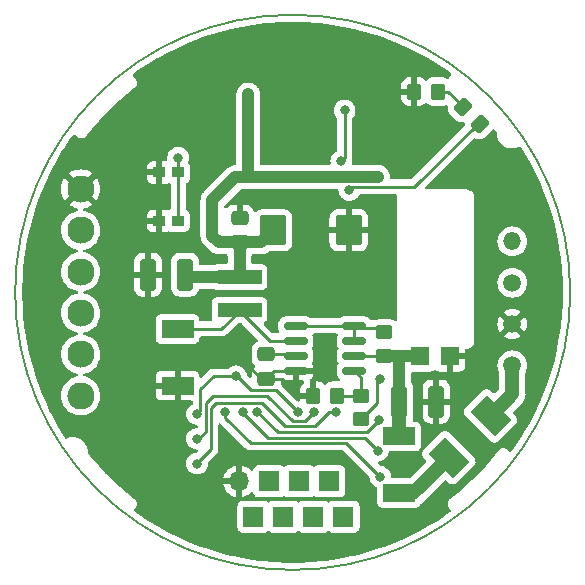
<source format=gbr>
%TF.GenerationSoftware,KiCad,Pcbnew,(6.0.9)*%
%TF.CreationDate,2024-03-30T18:33:12+01:00*%
%TF.ProjectId,HBW-IO-12-FM,4842572d-494f-42d3-9132-2d464d2e6b69,rev?*%
%TF.SameCoordinates,Original*%
%TF.FileFunction,Copper,L1,Top*%
%TF.FilePolarity,Positive*%
%FSLAX46Y46*%
G04 Gerber Fmt 4.6, Leading zero omitted, Abs format (unit mm)*
G04 Created by KiCad (PCBNEW (6.0.9)) date 2024-03-30 18:33:12*
%MOMM*%
%LPD*%
G01*
G04 APERTURE LIST*
G04 Aperture macros list*
%AMRoundRect*
0 Rectangle with rounded corners*
0 $1 Rounding radius*
0 $2 $3 $4 $5 $6 $7 $8 $9 X,Y pos of 4 corners*
0 Add a 4 corners polygon primitive as box body*
4,1,4,$2,$3,$4,$5,$6,$7,$8,$9,$2,$3,0*
0 Add four circle primitives for the rounded corners*
1,1,$1+$1,$2,$3*
1,1,$1+$1,$4,$5*
1,1,$1+$1,$6,$7*
1,1,$1+$1,$8,$9*
0 Add four rect primitives between the rounded corners*
20,1,$1+$1,$2,$3,$4,$5,0*
20,1,$1+$1,$4,$5,$6,$7,0*
20,1,$1+$1,$6,$7,$8,$9,0*
20,1,$1+$1,$8,$9,$2,$3,0*%
%AMRotRect*
0 Rectangle, with rotation*
0 The origin of the aperture is its center*
0 $1 length*
0 $2 width*
0 $3 Rotation angle, in degrees counterclockwise*
0 Add horizontal line*
21,1,$1,$2,0,0,$3*%
G04 Aperture macros list end*
%TA.AperFunction,NonConductor*%
%ADD10C,0.200000*%
%TD*%
%TA.AperFunction,SMDPad,CuDef*%
%ADD11RotRect,2.020000X2.950000X225.000000*%
%TD*%
%TA.AperFunction,SMDPad,CuDef*%
%ADD12R,2.700000X1.500000*%
%TD*%
%TA.AperFunction,ComponentPad*%
%ADD13O,1.500000X1.500000*%
%TD*%
%TA.AperFunction,ComponentPad*%
%ADD14C,1.500000*%
%TD*%
%TA.AperFunction,SMDPad,CuDef*%
%ADD15RoundRect,0.250000X-0.548008X-0.088388X-0.088388X-0.548008X0.548008X0.088388X0.088388X0.548008X0*%
%TD*%
%TA.AperFunction,SMDPad,CuDef*%
%ADD16RoundRect,0.250000X-0.475000X0.337500X-0.475000X-0.337500X0.475000X-0.337500X0.475000X0.337500X0*%
%TD*%
%TA.AperFunction,SMDPad,CuDef*%
%ADD17R,3.700000X1.200000*%
%TD*%
%TA.AperFunction,SMDPad,CuDef*%
%ADD18R,1.600000X1.600000*%
%TD*%
%TA.AperFunction,SMDPad,CuDef*%
%ADD19RoundRect,0.250000X0.450000X-0.350000X0.450000X0.350000X-0.450000X0.350000X-0.450000X-0.350000X0*%
%TD*%
%TA.AperFunction,ComponentPad*%
%ADD20R,1.700000X1.700000*%
%TD*%
%TA.AperFunction,SMDPad,CuDef*%
%ADD21RoundRect,0.250000X-0.350000X-0.450000X0.350000X-0.450000X0.350000X0.450000X-0.350000X0.450000X0*%
%TD*%
%TA.AperFunction,SMDPad,CuDef*%
%ADD22RoundRect,0.250000X-0.875000X-1.025000X0.875000X-1.025000X0.875000X1.025000X-0.875000X1.025000X0*%
%TD*%
%TA.AperFunction,SMDPad,CuDef*%
%ADD23RoundRect,0.250000X0.350000X0.450000X-0.350000X0.450000X-0.350000X-0.450000X0.350000X-0.450000X0*%
%TD*%
%TA.AperFunction,SMDPad,CuDef*%
%ADD24RoundRect,0.250000X0.412500X1.100000X-0.412500X1.100000X-0.412500X-1.100000X0.412500X-1.100000X0*%
%TD*%
%TA.AperFunction,SMDPad,CuDef*%
%ADD25RoundRect,0.150000X-0.825000X-0.150000X0.825000X-0.150000X0.825000X0.150000X-0.825000X0.150000X0*%
%TD*%
%TA.AperFunction,ComponentPad*%
%ADD26O,1.700000X1.700000*%
%TD*%
%TA.AperFunction,SMDPad,CuDef*%
%ADD27R,1.000000X0.900000*%
%TD*%
%TA.AperFunction,ComponentPad*%
%ADD28O,2.300000X2.300000*%
%TD*%
%TA.AperFunction,ComponentPad*%
%ADD29C,2.300000*%
%TD*%
%TA.AperFunction,SMDPad,CuDef*%
%ADD30RoundRect,0.250000X-0.412500X-1.100000X0.412500X-1.100000X0.412500X1.100000X-0.412500X1.100000X0*%
%TD*%
%TA.AperFunction,ViaPad*%
%ADD31C,0.800000*%
%TD*%
%TA.AperFunction,Conductor*%
%ADD32C,0.250000*%
%TD*%
%TA.AperFunction,Conductor*%
%ADD33C,1.000000*%
%TD*%
%TA.AperFunction,Conductor*%
%ADD34C,1.200000*%
%TD*%
G04 APERTURE END LIST*
D10*
X173500000Y-75000000D02*
G75*
G03*
X173500000Y-75000000I-23500000J0D01*
G01*
D11*
%TO.P,SI1,1*%
%TO.N,/+24V*%
X166750000Y-85464466D03*
%TO.P,SI1,2*%
%TO.N,Net-(D2-Pad2)*%
X163214466Y-89000000D03*
%TD*%
D12*
%TO.P,D3,1,K*%
%TO.N,Net-(D3-Pad1)*%
X140250000Y-78100000D03*
%TO.P,D3,2,A*%
%TO.N,/GND*%
X140250000Y-82900000D03*
%TD*%
D13*
%TO.P,J4,01,01*%
%TO.N,Net-(C15-Pad1)*%
X168600000Y-70687500D03*
D14*
%TO.P,J4,02,02*%
%TO.N,Net-(C14-Pad1)*%
X168600000Y-74187500D03*
%TO.P,J4,03,03*%
%TO.N,/GND*%
X168600000Y-77687500D03*
%TO.P,J4,04,04*%
%TO.N,/+24V*%
X168600000Y-81187500D03*
%TD*%
D15*
%TO.P,D1,1,K*%
%TO.N,Net-(D1-Pad1)*%
X164425216Y-59305216D03*
%TO.P,D1,2,A*%
%TO.N,/LED*%
X165874784Y-60754784D03*
%TD*%
D16*
%TO.P,C19,1*%
%TO.N,Net-(C19-Pad1)*%
X147750000Y-80250000D03*
%TO.P,C19,2*%
%TO.N,/GND*%
X147750000Y-82325000D03*
%TD*%
D17*
%TO.P,L1,1,1*%
%TO.N,/VCC*%
X145500000Y-73700000D03*
%TO.P,L1,2,2*%
%TO.N,Net-(D3-Pad1)*%
X145500000Y-76500000D03*
%TD*%
D12*
%TO.P,D2,1,K*%
%TO.N,Net-(C17-Pad1)*%
X159000000Y-87200000D03*
%TO.P,D2,2,A*%
%TO.N,Net-(D2-Pad2)*%
X159000000Y-92000000D03*
%TD*%
D18*
%TO.P,C17,1*%
%TO.N,Net-(C17-Pad1)*%
X160794888Y-80400000D03*
%TO.P,C17,2*%
%TO.N,/GND*%
X163294888Y-80400000D03*
%TD*%
D19*
%TO.P,R16,1*%
%TO.N,Net-(C17-Pad1)*%
X157750000Y-80400000D03*
%TO.P,R16,2*%
%TO.N,Net-(IC4-Pad1)*%
X157750000Y-78400000D03*
%TD*%
D20*
%TO.P,J1,1,Pin_1*%
%TO.N,Net-(J1-Pad1)*%
X154300000Y-94000000D03*
%TO.P,J1,2,Pin_2*%
%TO.N,Net-(J1-Pad2)*%
X151760000Y-94000000D03*
%TO.P,J1,3,Pin_3*%
%TO.N,Net-(J1-Pad3)*%
X149220000Y-94000000D03*
%TO.P,J1,4,Pin_4*%
%TO.N,Net-(J1-Pad4)*%
X146680000Y-94000000D03*
%TD*%
D21*
%TO.P,R14,1*%
%TO.N,/GND*%
X160300000Y-58000000D03*
%TO.P,R14,2*%
%TO.N,Net-(D1-Pad1)*%
X162300000Y-58000000D03*
%TD*%
D16*
%TO.P,C21,1*%
%TO.N,/GND*%
X145500000Y-68675000D03*
%TO.P,C21,2*%
%TO.N,/VCC*%
X145500000Y-70750000D03*
%TD*%
D22*
%TO.P,C20,1*%
%TO.N,/VCC*%
X148350000Y-69750000D03*
%TO.P,C20,2*%
%TO.N,/GND*%
X154750000Y-69750000D03*
%TD*%
D23*
%TO.P,R18,1*%
%TO.N,Net-(IC4-Pad5)*%
X153750000Y-83750000D03*
%TO.P,R18,2*%
%TO.N,/GND*%
X151750000Y-83750000D03*
%TD*%
D24*
%TO.P,C22,1*%
%TO.N,/VCC*%
X140875000Y-73500000D03*
%TO.P,C22,2*%
%TO.N,/GND*%
X137750000Y-73500000D03*
%TD*%
D25*
%TO.P,IC4,1,SwC*%
%TO.N,Net-(IC4-Pad1)*%
X150275000Y-77845000D03*
%TO.P,IC4,2,SwE*%
%TO.N,Net-(D3-Pad1)*%
X150275000Y-79115000D03*
%TO.P,IC4,3,TC*%
%TO.N,Net-(C19-Pad1)*%
X150275000Y-80385000D03*
%TO.P,IC4,4,GND*%
%TO.N,/GND*%
X150275000Y-81655000D03*
%TO.P,IC4,5,Vfb*%
%TO.N,Net-(IC4-Pad5)*%
X155225000Y-81655000D03*
%TO.P,IC4,6,Vin*%
%TO.N,Net-(C17-Pad1)*%
X155225000Y-80385000D03*
%TO.P,IC4,7,Ipk*%
%TO.N,Net-(IC4-Pad1)*%
X155225000Y-79115000D03*
%TO.P,IC4,8,DC*%
X155225000Y-77845000D03*
%TD*%
D20*
%TO.P,J2,1,Pin_1*%
%TO.N,Net-(J2-Pad1)*%
X153090000Y-91000000D03*
%TO.P,J2,2,Pin_2*%
%TO.N,Net-(J2-Pad2)*%
X150550000Y-91000000D03*
%TO.P,J2,3,Pin_3*%
%TO.N,Net-(J2-Pad3)*%
X148010000Y-91000000D03*
D26*
%TO.P,J2,4,Pin_4*%
%TO.N,/GND*%
X145470000Y-91000000D03*
%TD*%
D27*
%TO.P,SW1,1,1*%
%TO.N,/Button*%
X140300000Y-64850000D03*
X140300000Y-68950000D03*
%TO.P,SW1,2,2*%
%TO.N,/GND*%
X138700000Y-64850000D03*
X138700000Y-68950000D03*
%TD*%
D28*
%TO.P,J3,1,Pin_1*%
%TO.N,Net-(J3-Pad1)*%
X132050000Y-83750000D03*
D29*
%TO.P,J3,2,Pin_2*%
%TO.N,Net-(J3-Pad2)*%
X132050000Y-80250000D03*
%TO.P,J3,3,Pin_3*%
%TO.N,Net-(J3-Pad3)*%
X132050000Y-76750000D03*
%TO.P,J3,4,Pin_4*%
%TO.N,Net-(J3-Pad4)*%
X132050000Y-73250000D03*
%TO.P,J3,5,Pin_5*%
%TO.N,Net-(J3-Pad5)*%
X132050000Y-69750000D03*
%TO.P,J3,6,Pin_6*%
%TO.N,/GND*%
X132050000Y-66250000D03*
%TD*%
D19*
%TO.P,R17,1*%
%TO.N,/VCC*%
X155750000Y-85750000D03*
%TO.P,R17,2*%
%TO.N,Net-(IC4-Pad5)*%
X155750000Y-83750000D03*
%TD*%
D30*
%TO.P,C18,1*%
%TO.N,Net-(C17-Pad1)*%
X159037500Y-84250000D03*
%TO.P,C18,2*%
%TO.N,/GND*%
X162162500Y-84250000D03*
%TD*%
D31*
%TO.N,/GND*%
X133000000Y-63000000D03*
X137000000Y-61500000D03*
X140000000Y-92000000D03*
X133700000Y-75300000D03*
X134000000Y-89000000D03*
X171000000Y-80000000D03*
X128250000Y-75500000D03*
X165000000Y-66000000D03*
X142000000Y-94000000D03*
X139000000Y-63000000D03*
X171000000Y-73000000D03*
X166000000Y-80000000D03*
X166000000Y-76000000D03*
X144250000Y-94000000D03*
X150750000Y-74250000D03*
X135000000Y-60750000D03*
X142000000Y-92000000D03*
X139000000Y-60750000D03*
X157000000Y-95000000D03*
X133600000Y-68000000D03*
X136250000Y-89000000D03*
X138000000Y-92000000D03*
X149750000Y-83000000D03*
X136250000Y-87000000D03*
X171000000Y-70000000D03*
X134000000Y-87000000D03*
X171000000Y-76000000D03*
X166000000Y-70000000D03*
X128250000Y-72750000D03*
X133500000Y-81900000D03*
X166000000Y-73000000D03*
X149500000Y-73000000D03*
X139000000Y-58000000D03*
X133600000Y-71600000D03*
X137000000Y-59250000D03*
X140000000Y-94000000D03*
%TO.N,/VCC*%
X146250000Y-58250000D03*
X157250000Y-65250000D03*
X157400000Y-82300000D03*
X141387500Y-73700000D03*
X148400000Y-65250000D03*
%TO.N,/LED*%
X154790000Y-66349500D03*
%TO.N,/TXD*%
X154400000Y-59600000D03*
X154100000Y-63900000D03*
%TO.N,/SO7*%
X157400000Y-90600000D03*
X144300000Y-85100000D03*
%TO.N,/SO6*%
X157200000Y-88400000D03*
X145800000Y-85100000D03*
%TO.N,/SO5*%
X157300000Y-85813173D03*
X147000000Y-85100000D03*
%TO.N,/SO4*%
X150443701Y-85162000D03*
X145200000Y-82100000D03*
X141900000Y-85300000D03*
%TO.N,/SO3*%
X151800000Y-85100000D03*
X141900000Y-87400000D03*
%TO.N,/SO2*%
X153700000Y-85100000D03*
X141900000Y-89500000D03*
%TO.N,/Button*%
X140300000Y-63600000D03*
%TD*%
D32*
%TO.N,/GND*%
X140250000Y-82900000D02*
X140250000Y-81000000D01*
X148420000Y-81655000D02*
X147750000Y-82325000D01*
X149750000Y-83000000D02*
X149075000Y-82325000D01*
X140250000Y-81000000D02*
X140750000Y-80500000D01*
X140750000Y-80500000D02*
X145512500Y-80500000D01*
X151750000Y-83750000D02*
X150500000Y-83750000D01*
X149075000Y-82325000D02*
X147750000Y-82325000D01*
X145512500Y-80500000D02*
X147337500Y-82325000D01*
X150500000Y-83750000D02*
X149750000Y-83000000D01*
X150275000Y-81655000D02*
X148420000Y-81655000D01*
D33*
%TO.N,Net-(C17-Pad1)*%
X159037500Y-84250000D02*
X159037500Y-80562500D01*
D32*
X159037500Y-80562500D02*
X159200000Y-80400000D01*
D33*
X159200000Y-80400000D02*
X160594888Y-80400000D01*
D34*
X159037500Y-84250000D02*
X159037500Y-87162500D01*
D32*
X155225000Y-80385000D02*
X157365000Y-80385000D01*
D33*
X157750000Y-80400000D02*
X159200000Y-80400000D01*
D32*
%TO.N,Net-(C19-Pad1)*%
X147750000Y-80250000D02*
X150140000Y-80250000D01*
D33*
%TO.N,/VCC*%
X157250000Y-65250000D02*
X148400000Y-65250000D01*
X141050000Y-73675000D02*
X145500000Y-73675000D01*
X143200000Y-67200000D02*
X143200000Y-70200000D01*
X146250000Y-65250000D02*
X145150000Y-65250000D01*
D32*
X157100000Y-82600000D02*
X157100000Y-84400000D01*
D33*
X143750000Y-70750000D02*
X147350000Y-70750000D01*
X146250000Y-65250000D02*
X146250000Y-58250000D01*
X145150000Y-65250000D02*
X143200000Y-67200000D01*
D32*
X157100000Y-84400000D02*
X155750000Y-85750000D01*
D33*
X143750000Y-70750000D02*
X145500000Y-70750000D01*
X145500000Y-73675000D02*
X145500000Y-70750000D01*
D32*
X157400000Y-82300000D02*
X157100000Y-82600000D01*
D33*
X148400000Y-65250000D02*
X146250000Y-65250000D01*
X143200000Y-70200000D02*
X143750000Y-70750000D01*
X147350000Y-70750000D02*
X148350000Y-69750000D01*
D32*
%TO.N,Net-(D1-Pad1)*%
X162300000Y-58000000D02*
X163130000Y-58000000D01*
X163130000Y-58000000D02*
X164305216Y-59175216D01*
%TO.N,/LED*%
X160304568Y-66075000D02*
X165754784Y-60624784D01*
X155064500Y-66075000D02*
X160304568Y-66075000D01*
X154790000Y-66349500D02*
X155064500Y-66075000D01*
D34*
%TO.N,Net-(D2-Pad2)*%
X160214466Y-92000000D02*
X163214466Y-89000000D01*
D32*
%TO.N,Net-(D3-Pad1)*%
X140250000Y-78100000D02*
X143950000Y-78100000D01*
X143950000Y-78100000D02*
X145500000Y-76550000D01*
X148065000Y-79115000D02*
X145500000Y-76550000D01*
X150275000Y-79115000D02*
X148065000Y-79115000D01*
%TO.N,/TXD*%
X154100000Y-63900000D02*
X154400000Y-63600000D01*
X154400000Y-63600000D02*
X154400000Y-59600000D01*
%TO.N,/SO7*%
X146450000Y-87750000D02*
X154550000Y-87750000D01*
X144300000Y-85100000D02*
X144300000Y-85600000D01*
X144300000Y-85600000D02*
X146450000Y-87750000D01*
X154550000Y-87750000D02*
X157400000Y-90600000D01*
%TO.N,/SO6*%
X156100000Y-87300000D02*
X147900000Y-87300000D01*
X157200000Y-88400000D02*
X156100000Y-87300000D01*
X145800000Y-85200000D02*
X145800000Y-85100000D01*
X147900000Y-87300000D02*
X145800000Y-85200000D01*
%TO.N,/SO5*%
X148750000Y-86850000D02*
X147000000Y-85100000D01*
X157300000Y-85813173D02*
X156263173Y-86850000D01*
X156263173Y-86850000D02*
X148750000Y-86850000D01*
%TO.N,/SO4*%
X148581701Y-83300000D02*
X146500000Y-83300000D01*
X142175000Y-83225000D02*
X143300000Y-82100000D01*
X146500000Y-83300000D02*
X145300000Y-82100000D01*
X141900000Y-85300000D02*
X142175000Y-85025000D01*
X150443701Y-85162000D02*
X148581701Y-83300000D01*
X143300000Y-82100000D02*
X145200000Y-82100000D01*
X142175000Y-85025000D02*
X142175000Y-83225000D01*
X145300000Y-82100000D02*
X145200000Y-82100000D01*
%TO.N,/SO3*%
X143250000Y-83750000D02*
X142625000Y-84375000D01*
X142625000Y-84375000D02*
X142625000Y-86800000D01*
X151013000Y-85887000D02*
X149987000Y-85887000D01*
X147850000Y-83750000D02*
X143250000Y-83750000D01*
X151800000Y-85100000D02*
X151013000Y-85887000D01*
X142625000Y-86800000D02*
X142025000Y-87400000D01*
X149987000Y-85887000D02*
X147850000Y-83750000D01*
X142025000Y-87400000D02*
X141900000Y-87400000D01*
%TO.N,/SO2*%
X143499695Y-84375000D02*
X147425000Y-84375000D01*
X147425000Y-84375000D02*
X149387000Y-86337000D01*
X141900000Y-89500000D02*
X141900000Y-89450000D01*
X141900000Y-89450000D02*
X143075000Y-88275000D01*
X153100000Y-85100000D02*
X153700000Y-85100000D01*
X151863000Y-86337000D02*
X153100000Y-85100000D01*
X143075000Y-84799695D02*
X143499695Y-84375000D01*
X143075000Y-88275000D02*
X143075000Y-84799695D01*
X149387000Y-86337000D02*
X151863000Y-86337000D01*
%TO.N,Net-(IC4-Pad1)*%
X150275000Y-77845000D02*
X155225000Y-77845000D01*
X157750000Y-78000000D02*
X155380000Y-78000000D01*
X155225000Y-77845000D02*
X155225000Y-79115000D01*
%TO.N,Net-(IC4-Pad5)*%
X155750000Y-83750000D02*
X153750000Y-83750000D01*
X155750000Y-83750000D02*
X155750000Y-82180000D01*
X155750000Y-82180000D02*
X155225000Y-81655000D01*
D34*
%TO.N,/+24V*%
X166750000Y-85464466D02*
X168600000Y-83614466D01*
X168600000Y-83614466D02*
X168600000Y-81187500D01*
D32*
%TO.N,/Button*%
X140300000Y-64850000D02*
X140300000Y-68950000D01*
X140300000Y-64850000D02*
X140300000Y-63600000D01*
%TD*%
%TA.AperFunction,Conductor*%
%TO.N,/GND*%
G36*
X150482052Y-52113631D02*
G01*
X151434728Y-52153560D01*
X151439986Y-52153891D01*
X151688201Y-52174734D01*
X152390190Y-52233682D01*
X152395439Y-52234234D01*
X152858974Y-52292792D01*
X153341455Y-52353743D01*
X153346605Y-52354502D01*
X154286878Y-52513538D01*
X154291983Y-52514512D01*
X154758366Y-52613645D01*
X155224733Y-52712775D01*
X155229871Y-52713981D01*
X156153417Y-52951107D01*
X156158500Y-52952526D01*
X157071341Y-53228129D01*
X157076360Y-53229760D01*
X157637103Y-53425031D01*
X157976840Y-53543339D01*
X157981764Y-53545170D01*
X158852050Y-53889741D01*
X158868358Y-53896198D01*
X158873223Y-53898243D01*
X159744317Y-54286079D01*
X159749092Y-54288326D01*
X160603175Y-54712297D01*
X160607852Y-54714742D01*
X161443447Y-55174113D01*
X161448017Y-55176752D01*
X162263635Y-55670708D01*
X162268069Y-55673522D01*
X162409436Y-55767446D01*
X163062288Y-56201200D01*
X163066622Y-56204212D01*
X163290235Y-56366676D01*
X163392987Y-56441330D01*
X163436341Y-56497552D01*
X163442416Y-56568288D01*
X163414385Y-56625507D01*
X163360960Y-56687519D01*
X163312484Y-56743786D01*
X163303995Y-56752717D01*
X163303756Y-56752945D01*
X163296441Y-56758162D01*
X163290886Y-56765220D01*
X163290882Y-56765224D01*
X163259539Y-56805048D01*
X163255988Y-56809361D01*
X163241944Y-56825663D01*
X163239527Y-56829443D01*
X163239327Y-56829756D01*
X163232190Y-56839800D01*
X163207339Y-56871377D01*
X163149492Y-56912535D01*
X163078575Y-56915886D01*
X163042212Y-56900709D01*
X162978968Y-56861725D01*
X162978966Y-56861724D01*
X162972738Y-56857885D01*
X162875591Y-56825663D01*
X162811389Y-56804368D01*
X162811387Y-56804368D01*
X162804861Y-56802203D01*
X162798025Y-56801503D01*
X162798022Y-56801502D01*
X162754969Y-56797091D01*
X162700400Y-56791500D01*
X161899600Y-56791500D01*
X161896354Y-56791837D01*
X161896350Y-56791837D01*
X161800692Y-56801762D01*
X161800688Y-56801763D01*
X161793834Y-56802474D01*
X161787298Y-56804655D01*
X161787296Y-56804655D01*
X161773191Y-56809361D01*
X161626054Y-56858450D01*
X161475652Y-56951522D01*
X161470479Y-56956704D01*
X161388862Y-57038463D01*
X161326579Y-57072542D01*
X161255759Y-57067539D01*
X161210671Y-57038618D01*
X161128171Y-56956261D01*
X161116760Y-56947249D01*
X160978757Y-56862184D01*
X160965576Y-56856037D01*
X160811290Y-56804862D01*
X160797914Y-56801995D01*
X160703562Y-56792328D01*
X160697145Y-56792000D01*
X160572115Y-56792000D01*
X160556876Y-56796475D01*
X160555671Y-56797865D01*
X160554000Y-56805548D01*
X160554000Y-59189884D01*
X160558475Y-59205123D01*
X160559865Y-59206328D01*
X160567548Y-59207999D01*
X160697095Y-59207999D01*
X160703614Y-59207662D01*
X160799206Y-59197743D01*
X160812600Y-59194851D01*
X160966784Y-59143412D01*
X160979962Y-59137239D01*
X161117807Y-59051937D01*
X161129208Y-59042901D01*
X161210430Y-58961538D01*
X161272713Y-58927459D01*
X161343533Y-58932462D01*
X161388620Y-58961383D01*
X161471512Y-59044130D01*
X161471517Y-59044134D01*
X161476697Y-59049305D01*
X161482927Y-59053145D01*
X161482928Y-59053146D01*
X161620288Y-59137816D01*
X161627262Y-59142115D01*
X161640977Y-59146664D01*
X161788611Y-59195632D01*
X161788613Y-59195632D01*
X161795139Y-59197797D01*
X161801975Y-59198497D01*
X161801978Y-59198498D01*
X161845031Y-59202909D01*
X161899600Y-59208500D01*
X162700400Y-59208500D01*
X162703646Y-59208163D01*
X162703650Y-59208163D01*
X162799308Y-59198238D01*
X162799312Y-59198237D01*
X162806166Y-59197526D01*
X162812702Y-59195345D01*
X162812704Y-59195345D01*
X162958619Y-59146664D01*
X163029569Y-59144080D01*
X163090652Y-59180264D01*
X163122477Y-59243728D01*
X163121140Y-59295069D01*
X163118606Y-59305831D01*
X163118760Y-59482701D01*
X163159599Y-59654793D01*
X163162881Y-59661332D01*
X163162881Y-59661333D01*
X163235846Y-59806723D01*
X163235849Y-59806727D01*
X163238933Y-59812873D01*
X163305230Y-59894307D01*
X163836125Y-60425202D01*
X163838645Y-60427248D01*
X163913325Y-60487888D01*
X163913328Y-60487890D01*
X163918673Y-60492230D01*
X164076892Y-60571288D01*
X164084018Y-60572966D01*
X164084021Y-60572967D01*
X164241930Y-60610149D01*
X164241934Y-60610149D01*
X164249054Y-60611826D01*
X164256370Y-60611820D01*
X164256373Y-60611820D01*
X164337681Y-60611749D01*
X164425925Y-60611672D01*
X164430745Y-60610528D01*
X164499777Y-60622282D01*
X164552213Y-60670146D01*
X164570447Y-60738761D01*
X164569742Y-60748738D01*
X164568174Y-60755399D01*
X164568180Y-60762719D01*
X164568180Y-60762722D01*
X164568268Y-60863095D01*
X164548325Y-60931233D01*
X164531363Y-60952300D01*
X160079068Y-65404595D01*
X160016756Y-65438621D01*
X159989973Y-65441500D01*
X158383909Y-65441500D01*
X158315788Y-65421498D01*
X158269295Y-65367842D01*
X158258599Y-65302330D01*
X158262711Y-65263205D01*
X158262711Y-65263202D01*
X158263355Y-65257075D01*
X158249958Y-65109865D01*
X158245989Y-65066251D01*
X158245988Y-65066248D01*
X158245430Y-65060112D01*
X158189590Y-64870381D01*
X158097960Y-64695110D01*
X157974032Y-64540975D01*
X157967721Y-64535679D01*
X157929481Y-64503592D01*
X157822526Y-64413846D01*
X157817128Y-64410879D01*
X157817123Y-64410875D01*
X157654608Y-64321533D01*
X157654609Y-64321533D01*
X157649213Y-64318567D01*
X157643346Y-64316706D01*
X157643344Y-64316705D01*
X157466564Y-64260627D01*
X157466563Y-64260627D01*
X157460694Y-64258765D01*
X157306773Y-64241500D01*
X155116216Y-64241500D01*
X155048095Y-64221498D01*
X155001602Y-64167842D01*
X154991498Y-64097568D01*
X154992029Y-64094584D01*
X154993542Y-64089928D01*
X155013504Y-63900000D01*
X155006322Y-63831670D01*
X155010560Y-63784203D01*
X155013181Y-63778145D01*
X155014420Y-63770321D01*
X155014422Y-63770315D01*
X155020099Y-63734476D01*
X155022505Y-63722856D01*
X155031528Y-63687711D01*
X155031528Y-63687710D01*
X155033500Y-63680030D01*
X155033500Y-63659776D01*
X155035051Y-63640065D01*
X155036980Y-63627886D01*
X155038220Y-63620057D01*
X155034059Y-63576038D01*
X155033500Y-63564181D01*
X155033500Y-60302524D01*
X155053502Y-60234403D01*
X155065858Y-60218221D01*
X155139040Y-60136944D01*
X155234527Y-59971556D01*
X155293542Y-59789928D01*
X155313504Y-59600000D01*
X155301176Y-59482701D01*
X155294232Y-59416635D01*
X155294232Y-59416633D01*
X155293542Y-59410072D01*
X155234527Y-59228444D01*
X155222529Y-59207662D01*
X155181870Y-59137239D01*
X155139040Y-59063056D01*
X155129762Y-59052751D01*
X155015675Y-58926045D01*
X155015674Y-58926044D01*
X155011253Y-58921134D01*
X154856752Y-58808882D01*
X154850724Y-58806198D01*
X154850722Y-58806197D01*
X154688319Y-58733891D01*
X154688318Y-58733891D01*
X154682288Y-58731206D01*
X154588888Y-58711353D01*
X154501944Y-58692872D01*
X154501939Y-58692872D01*
X154495487Y-58691500D01*
X154304513Y-58691500D01*
X154298061Y-58692872D01*
X154298056Y-58692872D01*
X154211112Y-58711353D01*
X154117712Y-58731206D01*
X154111682Y-58733891D01*
X154111681Y-58733891D01*
X153949278Y-58806197D01*
X153949276Y-58806198D01*
X153943248Y-58808882D01*
X153788747Y-58921134D01*
X153784326Y-58926044D01*
X153784325Y-58926045D01*
X153670239Y-59052751D01*
X153660960Y-59063056D01*
X153618130Y-59137239D01*
X153577472Y-59207662D01*
X153565473Y-59228444D01*
X153506458Y-59410072D01*
X153505768Y-59416633D01*
X153505768Y-59416635D01*
X153498824Y-59482701D01*
X153486496Y-59600000D01*
X153506458Y-59789928D01*
X153565473Y-59971556D01*
X153660960Y-60136944D01*
X153734137Y-60218215D01*
X153764853Y-60282221D01*
X153766500Y-60302524D01*
X153766500Y-62972181D01*
X153746498Y-63040302D01*
X153691749Y-63087288D01*
X153649278Y-63106197D01*
X153649276Y-63106198D01*
X153643248Y-63108882D01*
X153488747Y-63221134D01*
X153360960Y-63363056D01*
X153265473Y-63528444D01*
X153206458Y-63710072D01*
X153205768Y-63716633D01*
X153205768Y-63716635D01*
X153193677Y-63831672D01*
X153186496Y-63900000D01*
X153206458Y-64089928D01*
X153206883Y-64091237D01*
X153201628Y-64160095D01*
X153158811Y-64216727D01*
X153092173Y-64241220D01*
X153083784Y-64241500D01*
X147384500Y-64241500D01*
X147316379Y-64221498D01*
X147269886Y-64167842D01*
X147258500Y-64115500D01*
X147258500Y-58497095D01*
X159192001Y-58497095D01*
X159192338Y-58503614D01*
X159202257Y-58599206D01*
X159205149Y-58612600D01*
X159256588Y-58766784D01*
X159262761Y-58779962D01*
X159348063Y-58917807D01*
X159357099Y-58929208D01*
X159471829Y-59043739D01*
X159483240Y-59052751D01*
X159621243Y-59137816D01*
X159634424Y-59143963D01*
X159788710Y-59195138D01*
X159802086Y-59198005D01*
X159896438Y-59207672D01*
X159902854Y-59208000D01*
X160027885Y-59208000D01*
X160043124Y-59203525D01*
X160044329Y-59202135D01*
X160046000Y-59194452D01*
X160046000Y-58272115D01*
X160041525Y-58256876D01*
X160040135Y-58255671D01*
X160032452Y-58254000D01*
X159210116Y-58254000D01*
X159194877Y-58258475D01*
X159193672Y-58259865D01*
X159192001Y-58267548D01*
X159192001Y-58497095D01*
X147258500Y-58497095D01*
X147258500Y-58200231D01*
X147257814Y-58193227D01*
X147244681Y-58059301D01*
X147244080Y-58053167D01*
X147186916Y-57863831D01*
X147114633Y-57727885D01*
X159192000Y-57727885D01*
X159196475Y-57743124D01*
X159197865Y-57744329D01*
X159205548Y-57746000D01*
X160027885Y-57746000D01*
X160043124Y-57741525D01*
X160044329Y-57740135D01*
X160046000Y-57732452D01*
X160046000Y-56810116D01*
X160041525Y-56794877D01*
X160040135Y-56793672D01*
X160032452Y-56792001D01*
X159902905Y-56792001D01*
X159896386Y-56792338D01*
X159800794Y-56802257D01*
X159787400Y-56805149D01*
X159633216Y-56856588D01*
X159620038Y-56862761D01*
X159482193Y-56948063D01*
X159470792Y-56957099D01*
X159356261Y-57071829D01*
X159347249Y-57083240D01*
X159262184Y-57221243D01*
X159256037Y-57234424D01*
X159204862Y-57388710D01*
X159201995Y-57402086D01*
X159192328Y-57496438D01*
X159192000Y-57502855D01*
X159192000Y-57727885D01*
X147114633Y-57727885D01*
X147094066Y-57689204D01*
X147012772Y-57589528D01*
X146972960Y-57540713D01*
X146972957Y-57540710D01*
X146969065Y-57535938D01*
X146962724Y-57530692D01*
X146821425Y-57413799D01*
X146821421Y-57413797D01*
X146816675Y-57409870D01*
X146642701Y-57315802D01*
X146453768Y-57257318D01*
X146447643Y-57256674D01*
X146447642Y-57256674D01*
X146263204Y-57237289D01*
X146263202Y-57237289D01*
X146257075Y-57236645D01*
X146174576Y-57244153D01*
X146066251Y-57254011D01*
X146066248Y-57254012D01*
X146060112Y-57254570D01*
X146054206Y-57256308D01*
X146054202Y-57256309D01*
X145949076Y-57287249D01*
X145870381Y-57310410D01*
X145864923Y-57313263D01*
X145864919Y-57313265D01*
X145851463Y-57320300D01*
X145695110Y-57402040D01*
X145540975Y-57525968D01*
X145413846Y-57677474D01*
X145410879Y-57682872D01*
X145410875Y-57682877D01*
X145332095Y-57826180D01*
X145318567Y-57850787D01*
X145316706Y-57856654D01*
X145316705Y-57856656D01*
X145260627Y-58033436D01*
X145258765Y-58039306D01*
X145241500Y-58193227D01*
X145241500Y-64114141D01*
X145221498Y-64182262D01*
X145167842Y-64228755D01*
X145126477Y-64239662D01*
X145110606Y-64241050D01*
X145105784Y-64241379D01*
X145103313Y-64241500D01*
X145100231Y-64241500D01*
X145077763Y-64243703D01*
X145057489Y-64245691D01*
X145056174Y-64245813D01*
X145023913Y-64248636D01*
X144963587Y-64253913D01*
X144958468Y-64255400D01*
X144953167Y-64255920D01*
X144864133Y-64282801D01*
X144863000Y-64283136D01*
X144779578Y-64307373D01*
X144779574Y-64307375D01*
X144773663Y-64309092D01*
X144768934Y-64311543D01*
X144763831Y-64313084D01*
X144681669Y-64356770D01*
X144680627Y-64357317D01*
X144598074Y-64400108D01*
X144593911Y-64403431D01*
X144589204Y-64405934D01*
X144584430Y-64409828D01*
X144584428Y-64409829D01*
X144517105Y-64464737D01*
X144516160Y-64465500D01*
X144477027Y-64496739D01*
X144474536Y-64499230D01*
X144473809Y-64499880D01*
X144469463Y-64503592D01*
X144450588Y-64518987D01*
X144435938Y-64530935D01*
X144432015Y-64535677D01*
X144432013Y-64535679D01*
X144406703Y-64566273D01*
X144398713Y-64575053D01*
X142530621Y-66443145D01*
X142520478Y-66452247D01*
X142490975Y-66475968D01*
X142466416Y-66505236D01*
X142458709Y-66514421D01*
X142455528Y-66518069D01*
X142453885Y-66519881D01*
X142451691Y-66522075D01*
X142424358Y-66555349D01*
X142423696Y-66556147D01*
X142363846Y-66627474D01*
X142361278Y-66632144D01*
X142357897Y-66636261D01*
X142331718Y-66685085D01*
X142314023Y-66718086D01*
X142313394Y-66719245D01*
X142271538Y-66795381D01*
X142271535Y-66795389D01*
X142268567Y-66800787D01*
X142266955Y-66805869D01*
X142264438Y-66810563D01*
X142237238Y-66899531D01*
X142236918Y-66900559D01*
X142208765Y-66989306D01*
X142208171Y-66994602D01*
X142206613Y-66999698D01*
X142203307Y-67032249D01*
X142197218Y-67092187D01*
X142197089Y-67093393D01*
X142191500Y-67143227D01*
X142191500Y-67146754D01*
X142191445Y-67147739D01*
X142190998Y-67153419D01*
X142186626Y-67196462D01*
X142190623Y-67238741D01*
X142190941Y-67242109D01*
X142191500Y-67253967D01*
X142191500Y-70138157D01*
X142190763Y-70151764D01*
X142186676Y-70189388D01*
X142187213Y-70195523D01*
X142191050Y-70239388D01*
X142191379Y-70244214D01*
X142191500Y-70246686D01*
X142191500Y-70249769D01*
X142191801Y-70252837D01*
X142195690Y-70292506D01*
X142195812Y-70293819D01*
X142203913Y-70386413D01*
X142205400Y-70391532D01*
X142205920Y-70396833D01*
X142232791Y-70485834D01*
X142233126Y-70486967D01*
X142259091Y-70576336D01*
X142261544Y-70581068D01*
X142263084Y-70586169D01*
X142265978Y-70591612D01*
X142306731Y-70668260D01*
X142307343Y-70669426D01*
X142350108Y-70751926D01*
X142353431Y-70756089D01*
X142355934Y-70760796D01*
X142414755Y-70832918D01*
X142415446Y-70833774D01*
X142446738Y-70872973D01*
X142449242Y-70875477D01*
X142449884Y-70876195D01*
X142453585Y-70880528D01*
X142480935Y-70914062D01*
X142485682Y-70917989D01*
X142485684Y-70917991D01*
X142516262Y-70943287D01*
X142525042Y-70951277D01*
X142993149Y-71419384D01*
X143002251Y-71429527D01*
X143025968Y-71459025D01*
X143064446Y-71491312D01*
X143068062Y-71494467D01*
X143069888Y-71496123D01*
X143072074Y-71498309D01*
X143074454Y-71500264D01*
X143074464Y-71500273D01*
X143105268Y-71525576D01*
X143106283Y-71526418D01*
X143114723Y-71533500D01*
X143177474Y-71586154D01*
X143182148Y-71588723D01*
X143186261Y-71592102D01*
X143191698Y-71595017D01*
X143191699Y-71595018D01*
X143268047Y-71635955D01*
X143269177Y-71636568D01*
X143350787Y-71681433D01*
X143355869Y-71683045D01*
X143360563Y-71685562D01*
X143449528Y-71712761D01*
X143450559Y-71713082D01*
X143539306Y-71741235D01*
X143544602Y-71741829D01*
X143549698Y-71743387D01*
X143642222Y-71752785D01*
X143643342Y-71752905D01*
X143676664Y-71756642D01*
X143689730Y-71758108D01*
X143689734Y-71758108D01*
X143693227Y-71758500D01*
X143696754Y-71758500D01*
X143697757Y-71758556D01*
X143703441Y-71759003D01*
X143728857Y-71761585D01*
X143740336Y-71762751D01*
X143740338Y-71762751D01*
X143746462Y-71763373D01*
X143792101Y-71759059D01*
X143803957Y-71758500D01*
X144365500Y-71758500D01*
X144433621Y-71778502D01*
X144480114Y-71832158D01*
X144491500Y-71884500D01*
X144491500Y-72465500D01*
X144471498Y-72533621D01*
X144417842Y-72580114D01*
X144365500Y-72591500D01*
X143601866Y-72591500D01*
X143539684Y-72598255D01*
X143403295Y-72649385D01*
X143400158Y-72651736D01*
X143342450Y-72666500D01*
X142172000Y-72666500D01*
X142103879Y-72646498D01*
X142057386Y-72592842D01*
X142046000Y-72540500D01*
X142046000Y-72349600D01*
X142038401Y-72276361D01*
X142035738Y-72250692D01*
X142035737Y-72250688D01*
X142035026Y-72243834D01*
X141997360Y-72130934D01*
X141981368Y-72083002D01*
X141979050Y-72076054D01*
X141885978Y-71925652D01*
X141760803Y-71800695D01*
X141729754Y-71781556D01*
X141616468Y-71711725D01*
X141616466Y-71711724D01*
X141610238Y-71707885D01*
X141489373Y-71667796D01*
X141448889Y-71654368D01*
X141448887Y-71654368D01*
X141442361Y-71652203D01*
X141435525Y-71651503D01*
X141435522Y-71651502D01*
X141392469Y-71647091D01*
X141337900Y-71641500D01*
X140412100Y-71641500D01*
X140408854Y-71641837D01*
X140408850Y-71641837D01*
X140313192Y-71651762D01*
X140313188Y-71651763D01*
X140306334Y-71652474D01*
X140299798Y-71654655D01*
X140299796Y-71654655D01*
X140185972Y-71692630D01*
X140138554Y-71708450D01*
X139988152Y-71801522D01*
X139863195Y-71926697D01*
X139859355Y-71932927D01*
X139859354Y-71932928D01*
X139848629Y-71950328D01*
X139770385Y-72077262D01*
X139714703Y-72245139D01*
X139704000Y-72349600D01*
X139704000Y-74650400D01*
X139704337Y-74653646D01*
X139704337Y-74653650D01*
X139714252Y-74749206D01*
X139714974Y-74756166D01*
X139717155Y-74762702D01*
X139717155Y-74762704D01*
X139739710Y-74830310D01*
X139770950Y-74923946D01*
X139864022Y-75074348D01*
X139989197Y-75199305D01*
X139995427Y-75203145D01*
X139995428Y-75203146D01*
X140132788Y-75287816D01*
X140139762Y-75292115D01*
X140219505Y-75318564D01*
X140301111Y-75345632D01*
X140301113Y-75345632D01*
X140307639Y-75347797D01*
X140314475Y-75348497D01*
X140314478Y-75348498D01*
X140357531Y-75352909D01*
X140412100Y-75358500D01*
X141337900Y-75358500D01*
X141341146Y-75358163D01*
X141341150Y-75358163D01*
X141436808Y-75348238D01*
X141436812Y-75348237D01*
X141443666Y-75347526D01*
X141450202Y-75345345D01*
X141450204Y-75345345D01*
X141582306Y-75301272D01*
X141611446Y-75291550D01*
X141761848Y-75198478D01*
X141886805Y-75073303D01*
X141917110Y-75024140D01*
X141975775Y-74928968D01*
X141975776Y-74928966D01*
X141979615Y-74922738D01*
X142030331Y-74769833D01*
X142070761Y-74711473D01*
X142136326Y-74684236D01*
X142149924Y-74683500D01*
X143271768Y-74683500D01*
X143339889Y-74703502D01*
X143347333Y-74708674D01*
X143396108Y-74745229D01*
X143396110Y-74745230D01*
X143403295Y-74750615D01*
X143539684Y-74801745D01*
X143601866Y-74808500D01*
X147398134Y-74808500D01*
X147460316Y-74801745D01*
X147596705Y-74750615D01*
X147713261Y-74663261D01*
X147800615Y-74546705D01*
X147851745Y-74410316D01*
X147858500Y-74348134D01*
X147858500Y-73051866D01*
X147851745Y-72989684D01*
X147800615Y-72853295D01*
X147713261Y-72736739D01*
X147596705Y-72649385D01*
X147460316Y-72598255D01*
X147398134Y-72591500D01*
X146634500Y-72591500D01*
X146566379Y-72571498D01*
X146519886Y-72517842D01*
X146508500Y-72465500D01*
X146508500Y-71884500D01*
X146528502Y-71816379D01*
X146582158Y-71769886D01*
X146634500Y-71758500D01*
X147288157Y-71758500D01*
X147301764Y-71759237D01*
X147333262Y-71762659D01*
X147333267Y-71762659D01*
X147339388Y-71763324D01*
X147365638Y-71761027D01*
X147389388Y-71758950D01*
X147394214Y-71758621D01*
X147396686Y-71758500D01*
X147399769Y-71758500D01*
X147411738Y-71757326D01*
X147442506Y-71754310D01*
X147443819Y-71754188D01*
X147488084Y-71750315D01*
X147536413Y-71746087D01*
X147541532Y-71744600D01*
X147546833Y-71744080D01*
X147635834Y-71717209D01*
X147636967Y-71716874D01*
X147720414Y-71692630D01*
X147720418Y-71692628D01*
X147726336Y-71690909D01*
X147731068Y-71688456D01*
X147736169Y-71686916D01*
X147743173Y-71683192D01*
X147818260Y-71643269D01*
X147819426Y-71642657D01*
X147896453Y-71602729D01*
X147901926Y-71599892D01*
X147906089Y-71596569D01*
X147910796Y-71594066D01*
X147917051Y-71588965D01*
X147950288Y-71561857D01*
X148015720Y-71534303D01*
X148029924Y-71533500D01*
X149275400Y-71533500D01*
X149278646Y-71533163D01*
X149278650Y-71533163D01*
X149374308Y-71523238D01*
X149374312Y-71523237D01*
X149381166Y-71522526D01*
X149387702Y-71520345D01*
X149387704Y-71520345D01*
X149541998Y-71468868D01*
X149548946Y-71466550D01*
X149699348Y-71373478D01*
X149824305Y-71248303D01*
X149828338Y-71241760D01*
X149913275Y-71103968D01*
X149913276Y-71103966D01*
X149917115Y-71097738D01*
X149972797Y-70929861D01*
X149974609Y-70912181D01*
X149978908Y-70870216D01*
X149983500Y-70825400D01*
X149983500Y-70822095D01*
X153117001Y-70822095D01*
X153117338Y-70828614D01*
X153127257Y-70924206D01*
X153130149Y-70937600D01*
X153181588Y-71091784D01*
X153187761Y-71104962D01*
X153273063Y-71242807D01*
X153282099Y-71254208D01*
X153396829Y-71368739D01*
X153408240Y-71377751D01*
X153546243Y-71462816D01*
X153559424Y-71468963D01*
X153713710Y-71520138D01*
X153727086Y-71523005D01*
X153821438Y-71532672D01*
X153827854Y-71533000D01*
X154477885Y-71533000D01*
X154493124Y-71528525D01*
X154494329Y-71527135D01*
X154496000Y-71519452D01*
X154496000Y-71514884D01*
X155004000Y-71514884D01*
X155008475Y-71530123D01*
X155009865Y-71531328D01*
X155017548Y-71532999D01*
X155672095Y-71532999D01*
X155678614Y-71532662D01*
X155774206Y-71522743D01*
X155787600Y-71519851D01*
X155941784Y-71468412D01*
X155954962Y-71462239D01*
X156092807Y-71376937D01*
X156104208Y-71367901D01*
X156218739Y-71253171D01*
X156227751Y-71241760D01*
X156312816Y-71103757D01*
X156318963Y-71090576D01*
X156370138Y-70936290D01*
X156373005Y-70922914D01*
X156382672Y-70828562D01*
X156383000Y-70822146D01*
X156383000Y-70022115D01*
X156378525Y-70006876D01*
X156377135Y-70005671D01*
X156369452Y-70004000D01*
X155022115Y-70004000D01*
X155006876Y-70008475D01*
X155005671Y-70009865D01*
X155004000Y-70017548D01*
X155004000Y-71514884D01*
X154496000Y-71514884D01*
X154496000Y-70022115D01*
X154491525Y-70006876D01*
X154490135Y-70005671D01*
X154482452Y-70004000D01*
X153135116Y-70004000D01*
X153119877Y-70008475D01*
X153118672Y-70009865D01*
X153117001Y-70017548D01*
X153117001Y-70822095D01*
X149983500Y-70822095D01*
X149983500Y-69477885D01*
X153117000Y-69477885D01*
X153121475Y-69493124D01*
X153122865Y-69494329D01*
X153130548Y-69496000D01*
X154477885Y-69496000D01*
X154493124Y-69491525D01*
X154494329Y-69490135D01*
X154496000Y-69482452D01*
X154496000Y-69477885D01*
X155004000Y-69477885D01*
X155008475Y-69493124D01*
X155009865Y-69494329D01*
X155017548Y-69496000D01*
X156364884Y-69496000D01*
X156380123Y-69491525D01*
X156381328Y-69490135D01*
X156382999Y-69482452D01*
X156382999Y-68677905D01*
X156382662Y-68671386D01*
X156372743Y-68575794D01*
X156369851Y-68562400D01*
X156318412Y-68408216D01*
X156312239Y-68395038D01*
X156226937Y-68257193D01*
X156217901Y-68245792D01*
X156103171Y-68131261D01*
X156091760Y-68122249D01*
X155953757Y-68037184D01*
X155940576Y-68031037D01*
X155786290Y-67979862D01*
X155772914Y-67976995D01*
X155678562Y-67967328D01*
X155672145Y-67967000D01*
X155022115Y-67967000D01*
X155006876Y-67971475D01*
X155005671Y-67972865D01*
X155004000Y-67980548D01*
X155004000Y-69477885D01*
X154496000Y-69477885D01*
X154496000Y-67985116D01*
X154491525Y-67969877D01*
X154490135Y-67968672D01*
X154482452Y-67967001D01*
X153827905Y-67967001D01*
X153821386Y-67967338D01*
X153725794Y-67977257D01*
X153712400Y-67980149D01*
X153558216Y-68031588D01*
X153545038Y-68037761D01*
X153407193Y-68123063D01*
X153395792Y-68132099D01*
X153281261Y-68246829D01*
X153272249Y-68258240D01*
X153187184Y-68396243D01*
X153181037Y-68409424D01*
X153129862Y-68563710D01*
X153126995Y-68577086D01*
X153117328Y-68671438D01*
X153117000Y-68677855D01*
X153117000Y-69477885D01*
X149983500Y-69477885D01*
X149983500Y-68674600D01*
X149973415Y-68577399D01*
X149973238Y-68575692D01*
X149973237Y-68575688D01*
X149972526Y-68568834D01*
X149916550Y-68401054D01*
X149823478Y-68250652D01*
X149698303Y-68125695D01*
X149692072Y-68121854D01*
X149553968Y-68036725D01*
X149553966Y-68036724D01*
X149547738Y-68032885D01*
X149442246Y-67997895D01*
X149386389Y-67979368D01*
X149386387Y-67979368D01*
X149379861Y-67977203D01*
X149373025Y-67976503D01*
X149373022Y-67976502D01*
X149329969Y-67972091D01*
X149275400Y-67966500D01*
X147424600Y-67966500D01*
X147421354Y-67966837D01*
X147421350Y-67966837D01*
X147325692Y-67976762D01*
X147325688Y-67976763D01*
X147318834Y-67977474D01*
X147312298Y-67979655D01*
X147312296Y-67979655D01*
X147234686Y-68005548D01*
X147151054Y-68033450D01*
X147000652Y-68126522D01*
X146935622Y-68191666D01*
X146922224Y-68205087D01*
X146859942Y-68239166D01*
X146789122Y-68234163D01*
X146732249Y-68191666D01*
X146713527Y-68155944D01*
X146668413Y-68020718D01*
X146662239Y-68007538D01*
X146576937Y-67869693D01*
X146567901Y-67858292D01*
X146453171Y-67743761D01*
X146441760Y-67734749D01*
X146303757Y-67649684D01*
X146290576Y-67643537D01*
X146136290Y-67592362D01*
X146122914Y-67589495D01*
X146028562Y-67579828D01*
X146022145Y-67579500D01*
X145772115Y-67579500D01*
X145756876Y-67583975D01*
X145755671Y-67585365D01*
X145754000Y-67593048D01*
X145754000Y-68803000D01*
X145733998Y-68871121D01*
X145680342Y-68917614D01*
X145628000Y-68929000D01*
X145372000Y-68929000D01*
X145303879Y-68908998D01*
X145257386Y-68855342D01*
X145246000Y-68803000D01*
X145246000Y-67597616D01*
X145241525Y-67582377D01*
X145240135Y-67581172D01*
X145232452Y-67579501D01*
X144977905Y-67579501D01*
X144971386Y-67579838D01*
X144875794Y-67589757D01*
X144862400Y-67592649D01*
X144708216Y-67644088D01*
X144695038Y-67650261D01*
X144557193Y-67735563D01*
X144545792Y-67744599D01*
X144426090Y-67864509D01*
X144424512Y-67862934D01*
X144375456Y-67897709D01*
X144304533Y-67900936D01*
X144243124Y-67865306D01*
X144210726Y-67802132D01*
X144208500Y-67778551D01*
X144208500Y-67669925D01*
X144228502Y-67601804D01*
X144245405Y-67580830D01*
X145530830Y-66295405D01*
X145593142Y-66261379D01*
X145619925Y-66258500D01*
X146190127Y-66258500D01*
X146203297Y-66259190D01*
X146236796Y-66262711D01*
X146236798Y-66262711D01*
X146242925Y-66263355D01*
X146290570Y-66259019D01*
X146301990Y-66258500D01*
X153753480Y-66258500D01*
X153821601Y-66278502D01*
X153868094Y-66332158D01*
X153878790Y-66371329D01*
X153895613Y-66531391D01*
X153896458Y-66539428D01*
X153955473Y-66721056D01*
X153958776Y-66726778D01*
X153958777Y-66726779D01*
X153977439Y-66759102D01*
X154050960Y-66886444D01*
X154055378Y-66891351D01*
X154055379Y-66891352D01*
X154174325Y-67023455D01*
X154178747Y-67028366D01*
X154333248Y-67140618D01*
X154339276Y-67143302D01*
X154339278Y-67143303D01*
X154501681Y-67215609D01*
X154507712Y-67218294D01*
X154601112Y-67238147D01*
X154688056Y-67256628D01*
X154688061Y-67256628D01*
X154694513Y-67258000D01*
X154885487Y-67258000D01*
X154891939Y-67256628D01*
X154891944Y-67256628D01*
X154978888Y-67238147D01*
X155072288Y-67218294D01*
X155078319Y-67215609D01*
X155240722Y-67143303D01*
X155240724Y-67143302D01*
X155246752Y-67140618D01*
X155401253Y-67028366D01*
X155405675Y-67023455D01*
X155524621Y-66891352D01*
X155524622Y-66891351D01*
X155529040Y-66886444D01*
X155595403Y-66771500D01*
X155646785Y-66722507D01*
X155704522Y-66708500D01*
X158715237Y-66708500D01*
X158783358Y-66728502D01*
X158829851Y-66782158D01*
X158841235Y-66835270D01*
X158841024Y-66869721D01*
X158841408Y-66871065D01*
X158841500Y-66872410D01*
X158841500Y-77328691D01*
X158821498Y-77396812D01*
X158767842Y-77443305D01*
X158697568Y-77453409D01*
X158649384Y-77435951D01*
X158528968Y-77361725D01*
X158528966Y-77361724D01*
X158522738Y-77357885D01*
X158417445Y-77322961D01*
X158361389Y-77304368D01*
X158361387Y-77304368D01*
X158354861Y-77302203D01*
X158348025Y-77301503D01*
X158348022Y-77301502D01*
X158296955Y-77296270D01*
X158250400Y-77291500D01*
X157249600Y-77291500D01*
X157246354Y-77291837D01*
X157246350Y-77291837D01*
X157150692Y-77301762D01*
X157150688Y-77301763D01*
X157143834Y-77302474D01*
X157137298Y-77304655D01*
X157137296Y-77304655D01*
X156976054Y-77358450D01*
X156975565Y-77356984D01*
X156932818Y-77366500D01*
X156692633Y-77366500D01*
X156624512Y-77346498D01*
X156584180Y-77304641D01*
X156584019Y-77304368D01*
X156574453Y-77288193D01*
X156456807Y-77170547D01*
X156449983Y-77166511D01*
X156449980Y-77166509D01*
X156342411Y-77102893D01*
X156313601Y-77085855D01*
X156305990Y-77083644D01*
X156305988Y-77083643D01*
X156228334Y-77061083D01*
X156153831Y-77039438D01*
X156147426Y-77038934D01*
X156147421Y-77038933D01*
X156118958Y-77036693D01*
X156118950Y-77036693D01*
X156116502Y-77036500D01*
X154333498Y-77036500D01*
X154331050Y-77036693D01*
X154331042Y-77036693D01*
X154302579Y-77038933D01*
X154302574Y-77038934D01*
X154296169Y-77039438D01*
X154221666Y-77061083D01*
X154144012Y-77083643D01*
X154144010Y-77083644D01*
X154136399Y-77085855D01*
X154107589Y-77102893D01*
X154000020Y-77166509D01*
X154000017Y-77166511D01*
X153993193Y-77170547D01*
X153987585Y-77176155D01*
X153981325Y-77181011D01*
X153980156Y-77179504D01*
X153926833Y-77208621D01*
X153900050Y-77211500D01*
X151599950Y-77211500D01*
X151531829Y-77191498D01*
X151518729Y-77180941D01*
X151518675Y-77181011D01*
X151512415Y-77176155D01*
X151506807Y-77170547D01*
X151499983Y-77166511D01*
X151499980Y-77166509D01*
X151392411Y-77102893D01*
X151363601Y-77085855D01*
X151355990Y-77083644D01*
X151355988Y-77083643D01*
X151278334Y-77061083D01*
X151203831Y-77039438D01*
X151197426Y-77038934D01*
X151197421Y-77038933D01*
X151168958Y-77036693D01*
X151168950Y-77036693D01*
X151166502Y-77036500D01*
X149383498Y-77036500D01*
X149381050Y-77036693D01*
X149381042Y-77036693D01*
X149352579Y-77038933D01*
X149352574Y-77038934D01*
X149346169Y-77039438D01*
X149271666Y-77061083D01*
X149194012Y-77083643D01*
X149194010Y-77083644D01*
X149186399Y-77085855D01*
X149157589Y-77102893D01*
X149050020Y-77166509D01*
X149050017Y-77166511D01*
X149043193Y-77170547D01*
X148925547Y-77288193D01*
X148921511Y-77295017D01*
X148921509Y-77295020D01*
X148891065Y-77346498D01*
X148840855Y-77431399D01*
X148838644Y-77439010D01*
X148838643Y-77439012D01*
X148833684Y-77456081D01*
X148794438Y-77591169D01*
X148793934Y-77597574D01*
X148793933Y-77597579D01*
X148793074Y-77608500D01*
X148791500Y-77628498D01*
X148791500Y-78061502D01*
X148794438Y-78098831D01*
X148796233Y-78105008D01*
X148832464Y-78229717D01*
X148840855Y-78258601D01*
X148860231Y-78291363D01*
X148877689Y-78360178D01*
X148855172Y-78427509D01*
X148799827Y-78471978D01*
X148751776Y-78481500D01*
X148379595Y-78481500D01*
X148311474Y-78461498D01*
X148290500Y-78444595D01*
X147585042Y-77739137D01*
X147551016Y-77676825D01*
X147556081Y-77606010D01*
X147598572Y-77549216D01*
X147706080Y-77468643D01*
X147706081Y-77468642D01*
X147713261Y-77463261D01*
X147800615Y-77346705D01*
X147851745Y-77210316D01*
X147858500Y-77148134D01*
X147858500Y-75851866D01*
X147851745Y-75789684D01*
X147800615Y-75653295D01*
X147713261Y-75536739D01*
X147596705Y-75449385D01*
X147460316Y-75398255D01*
X147398134Y-75391500D01*
X143601866Y-75391500D01*
X143539684Y-75398255D01*
X143403295Y-75449385D01*
X143286739Y-75536739D01*
X143199385Y-75653295D01*
X143148255Y-75789684D01*
X143141500Y-75851866D01*
X143141500Y-77148134D01*
X143148255Y-77210316D01*
X143175347Y-77282582D01*
X143180478Y-77296270D01*
X143185661Y-77367077D01*
X143151740Y-77429446D01*
X143089485Y-77463576D01*
X143062496Y-77466500D01*
X142234500Y-77466500D01*
X142166379Y-77446498D01*
X142119886Y-77392842D01*
X142108500Y-77340500D01*
X142108500Y-77301866D01*
X142101745Y-77239684D01*
X142050615Y-77103295D01*
X141963261Y-76986739D01*
X141846705Y-76899385D01*
X141710316Y-76848255D01*
X141648134Y-76841500D01*
X138851866Y-76841500D01*
X138789684Y-76848255D01*
X138653295Y-76899385D01*
X138536739Y-76986739D01*
X138449385Y-77103295D01*
X138398255Y-77239684D01*
X138391500Y-77301866D01*
X138391500Y-78898134D01*
X138398255Y-78960316D01*
X138449385Y-79096705D01*
X138536739Y-79213261D01*
X138653295Y-79300615D01*
X138789684Y-79351745D01*
X138851866Y-79358500D01*
X141648134Y-79358500D01*
X141710316Y-79351745D01*
X141846705Y-79300615D01*
X141963261Y-79213261D01*
X142050615Y-79096705D01*
X142101745Y-78960316D01*
X142108500Y-78898134D01*
X142108500Y-78859500D01*
X142128502Y-78791379D01*
X142182158Y-78744886D01*
X142234500Y-78733500D01*
X143871233Y-78733500D01*
X143882416Y-78734027D01*
X143889909Y-78735702D01*
X143897835Y-78735453D01*
X143897836Y-78735453D01*
X143957986Y-78733562D01*
X143961945Y-78733500D01*
X143989856Y-78733500D01*
X143993791Y-78733003D01*
X143993856Y-78732995D01*
X144005693Y-78732062D01*
X144037951Y-78731048D01*
X144041970Y-78730922D01*
X144049889Y-78730673D01*
X144069343Y-78725021D01*
X144088700Y-78721013D01*
X144100930Y-78719468D01*
X144100931Y-78719468D01*
X144108797Y-78718474D01*
X144116168Y-78715555D01*
X144116170Y-78715555D01*
X144149912Y-78702196D01*
X144161142Y-78698351D01*
X144195983Y-78688229D01*
X144195984Y-78688229D01*
X144203593Y-78686018D01*
X144210412Y-78681985D01*
X144210417Y-78681983D01*
X144221028Y-78675707D01*
X144238776Y-78667012D01*
X144257617Y-78659552D01*
X144293387Y-78633564D01*
X144303307Y-78627048D01*
X144334535Y-78608580D01*
X144334538Y-78608578D01*
X144341362Y-78604542D01*
X144355683Y-78590221D01*
X144370717Y-78577380D01*
X144380694Y-78570131D01*
X144387107Y-78565472D01*
X144392157Y-78559368D01*
X144392162Y-78559363D01*
X144415293Y-78531402D01*
X144423283Y-78522621D01*
X145300501Y-77645404D01*
X145362813Y-77611379D01*
X145389596Y-77608500D01*
X145610406Y-77608500D01*
X145678527Y-77628502D01*
X145699501Y-77645405D01*
X147049877Y-78995782D01*
X147083903Y-79058094D01*
X147078838Y-79128910D01*
X147036291Y-79185745D01*
X147000659Y-79204400D01*
X146951054Y-79220950D01*
X146800652Y-79314022D01*
X146675695Y-79439197D01*
X146671855Y-79445427D01*
X146671854Y-79445428D01*
X146588790Y-79580183D01*
X146582885Y-79589762D01*
X146561273Y-79654920D01*
X146530238Y-79748490D01*
X146527203Y-79757639D01*
X146516500Y-79862100D01*
X146516500Y-80637900D01*
X146516837Y-80641146D01*
X146516837Y-80641150D01*
X146521940Y-80690326D01*
X146527474Y-80743666D01*
X146529655Y-80750202D01*
X146529655Y-80750204D01*
X146535813Y-80768662D01*
X146583450Y-80911446D01*
X146676522Y-81061848D01*
X146801697Y-81186805D01*
X146806235Y-81189602D01*
X146846824Y-81246853D01*
X146850054Y-81317776D01*
X146814428Y-81379187D01*
X146805932Y-81386562D01*
X146795793Y-81394598D01*
X146681261Y-81509329D01*
X146672249Y-81520740D01*
X146587184Y-81658743D01*
X146581037Y-81671924D01*
X146529862Y-81826210D01*
X146526995Y-81839586D01*
X146517328Y-81933938D01*
X146517000Y-81940355D01*
X146517000Y-82116905D01*
X146496998Y-82185026D01*
X146443342Y-82231519D01*
X146373068Y-82241623D01*
X146308488Y-82212129D01*
X146301905Y-82206000D01*
X146135377Y-82039472D01*
X146101351Y-81977160D01*
X146099162Y-81963547D01*
X146094232Y-81916635D01*
X146094232Y-81916633D01*
X146093542Y-81910072D01*
X146034527Y-81728444D01*
X146022510Y-81707629D01*
X145983951Y-81640844D01*
X145939040Y-81563056D01*
X145922881Y-81545109D01*
X145815675Y-81426045D01*
X145815674Y-81426044D01*
X145811253Y-81421134D01*
X145692736Y-81335026D01*
X145662094Y-81312763D01*
X145662093Y-81312762D01*
X145656752Y-81308882D01*
X145650724Y-81306198D01*
X145650722Y-81306197D01*
X145488319Y-81233891D01*
X145488318Y-81233891D01*
X145482288Y-81231206D01*
X145388888Y-81211353D01*
X145301944Y-81192872D01*
X145301939Y-81192872D01*
X145295487Y-81191500D01*
X145104513Y-81191500D01*
X145098061Y-81192872D01*
X145098056Y-81192872D01*
X145011112Y-81211353D01*
X144917712Y-81231206D01*
X144911682Y-81233891D01*
X144911681Y-81233891D01*
X144749278Y-81306197D01*
X144749276Y-81306198D01*
X144743248Y-81308882D01*
X144737907Y-81312762D01*
X144737906Y-81312763D01*
X144624728Y-81394992D01*
X144588747Y-81421134D01*
X144584332Y-81426037D01*
X144579420Y-81430460D01*
X144578295Y-81429211D01*
X144524986Y-81462051D01*
X144491800Y-81466500D01*
X143378767Y-81466500D01*
X143367584Y-81465973D01*
X143360091Y-81464298D01*
X143352165Y-81464547D01*
X143352164Y-81464547D01*
X143292014Y-81466438D01*
X143288055Y-81466500D01*
X143260144Y-81466500D01*
X143256210Y-81466997D01*
X143256209Y-81466997D01*
X143256144Y-81467005D01*
X143244307Y-81467938D01*
X143212490Y-81468938D01*
X143208029Y-81469078D01*
X143200110Y-81469327D01*
X143182454Y-81474456D01*
X143180658Y-81474978D01*
X143161306Y-81478986D01*
X143154235Y-81479880D01*
X143141203Y-81481526D01*
X143133834Y-81484443D01*
X143133832Y-81484444D01*
X143100097Y-81497800D01*
X143088869Y-81501645D01*
X143046407Y-81513982D01*
X143039585Y-81518016D01*
X143039579Y-81518019D01*
X143028968Y-81524294D01*
X143011218Y-81532990D01*
X142999756Y-81537528D01*
X142999751Y-81537531D01*
X142992383Y-81540448D01*
X142985968Y-81545109D01*
X142956625Y-81566427D01*
X142946707Y-81572943D01*
X142928019Y-81583995D01*
X142908637Y-81595458D01*
X142894313Y-81609782D01*
X142879281Y-81622621D01*
X142862893Y-81634528D01*
X142845504Y-81655548D01*
X142834712Y-81668593D01*
X142826722Y-81677373D01*
X142322580Y-82181515D01*
X142260268Y-82215541D01*
X142189453Y-82210476D01*
X142132617Y-82167929D01*
X142108616Y-82101845D01*
X142107999Y-82101912D01*
X142107725Y-82099394D01*
X142107670Y-82099241D01*
X142107631Y-82098526D01*
X142102105Y-82047648D01*
X142098479Y-82032396D01*
X142053324Y-81911946D01*
X142044786Y-81896351D01*
X141968285Y-81794276D01*
X141955724Y-81781715D01*
X141853649Y-81705214D01*
X141838054Y-81696676D01*
X141717606Y-81651522D01*
X141702351Y-81647895D01*
X141651486Y-81642369D01*
X141644672Y-81642000D01*
X140522115Y-81642000D01*
X140506876Y-81646475D01*
X140505671Y-81647865D01*
X140504000Y-81655548D01*
X140504000Y-84139884D01*
X140508475Y-84155123D01*
X140509865Y-84156328D01*
X140517548Y-84157999D01*
X141415500Y-84157999D01*
X141483621Y-84178001D01*
X141530114Y-84231657D01*
X141541500Y-84283999D01*
X141541500Y-84383312D01*
X141521498Y-84451433D01*
X141466749Y-84498418D01*
X141450460Y-84505671D01*
X141443248Y-84508882D01*
X141288747Y-84621134D01*
X141284326Y-84626044D01*
X141284325Y-84626045D01*
X141218362Y-84699305D01*
X141160960Y-84763056D01*
X141065473Y-84928444D01*
X141006458Y-85110072D01*
X141005768Y-85116633D01*
X141005768Y-85116635D01*
X141002834Y-85144550D01*
X140986496Y-85300000D01*
X140987186Y-85306565D01*
X141003158Y-85458527D01*
X141006458Y-85489928D01*
X141065473Y-85671556D01*
X141068776Y-85677278D01*
X141068777Y-85677279D01*
X141070326Y-85679962D01*
X141160960Y-85836944D01*
X141165378Y-85841851D01*
X141165379Y-85841852D01*
X141284325Y-85973955D01*
X141288747Y-85978866D01*
X141324402Y-86004771D01*
X141429815Y-86081358D01*
X141443248Y-86091118D01*
X141449276Y-86093802D01*
X141449278Y-86093803D01*
X141566729Y-86146095D01*
X141617712Y-86168794D01*
X141711112Y-86188647D01*
X141798056Y-86207128D01*
X141798061Y-86207128D01*
X141804513Y-86208500D01*
X141865500Y-86208500D01*
X141933621Y-86228502D01*
X141980114Y-86282158D01*
X141991500Y-86334500D01*
X141991500Y-86365500D01*
X141971498Y-86433621D01*
X141917842Y-86480114D01*
X141865500Y-86491500D01*
X141804513Y-86491500D01*
X141798061Y-86492872D01*
X141798056Y-86492872D01*
X141711112Y-86511353D01*
X141617712Y-86531206D01*
X141611682Y-86533891D01*
X141611681Y-86533891D01*
X141449278Y-86606197D01*
X141449276Y-86606198D01*
X141443248Y-86608882D01*
X141288747Y-86721134D01*
X141284326Y-86726044D01*
X141284325Y-86726045D01*
X141171225Y-86851656D01*
X141160960Y-86863056D01*
X141065473Y-87028444D01*
X141006458Y-87210072D01*
X141005768Y-87216633D01*
X141005768Y-87216635D01*
X141000472Y-87267025D01*
X140986496Y-87400000D01*
X141006458Y-87589928D01*
X141065473Y-87771556D01*
X141160960Y-87936944D01*
X141165378Y-87941851D01*
X141165379Y-87941852D01*
X141284325Y-88073955D01*
X141288747Y-88078866D01*
X141443248Y-88191118D01*
X141449276Y-88193802D01*
X141449278Y-88193803D01*
X141611681Y-88266109D01*
X141617712Y-88268794D01*
X141692939Y-88284784D01*
X141798056Y-88307128D01*
X141798061Y-88307128D01*
X141804513Y-88308500D01*
X141841405Y-88308500D01*
X141909526Y-88328502D01*
X141956019Y-88382158D01*
X141966123Y-88452432D01*
X141936629Y-88517012D01*
X141930500Y-88523595D01*
X141899500Y-88554595D01*
X141837188Y-88588621D01*
X141817672Y-88590719D01*
X141817682Y-88590810D01*
X141811115Y-88591500D01*
X141804513Y-88591500D01*
X141798061Y-88592872D01*
X141798056Y-88592872D01*
X141734880Y-88606301D01*
X141617712Y-88631206D01*
X141611682Y-88633891D01*
X141611681Y-88633891D01*
X141449278Y-88706197D01*
X141449276Y-88706198D01*
X141443248Y-88708882D01*
X141437907Y-88712762D01*
X141437906Y-88712763D01*
X141431594Y-88717349D01*
X141288747Y-88821134D01*
X141160960Y-88963056D01*
X141065473Y-89128444D01*
X141006458Y-89310072D01*
X141005768Y-89316633D01*
X141005768Y-89316635D01*
X140998139Y-89389220D01*
X140986496Y-89500000D01*
X140987186Y-89506565D01*
X141005741Y-89683102D01*
X141006458Y-89689928D01*
X141065473Y-89871556D01*
X141068776Y-89877278D01*
X141068777Y-89877279D01*
X141088652Y-89911703D01*
X141160960Y-90036944D01*
X141165378Y-90041851D01*
X141165379Y-90041852D01*
X141252597Y-90138717D01*
X141288747Y-90178866D01*
X141349108Y-90222721D01*
X141429998Y-90281491D01*
X141443248Y-90291118D01*
X141449276Y-90293802D01*
X141449278Y-90293803D01*
X141514068Y-90322649D01*
X141617712Y-90368794D01*
X141711113Y-90388647D01*
X141798056Y-90407128D01*
X141798061Y-90407128D01*
X141804513Y-90408500D01*
X141995487Y-90408500D01*
X142001939Y-90407128D01*
X142001944Y-90407128D01*
X142088887Y-90388647D01*
X142182288Y-90368794D01*
X142285932Y-90322649D01*
X142350722Y-90293803D01*
X142350724Y-90293802D01*
X142356752Y-90291118D01*
X142370003Y-90281491D01*
X142450892Y-90222721D01*
X142511253Y-90178866D01*
X142547403Y-90138717D01*
X142634621Y-90041852D01*
X142634622Y-90041851D01*
X142639040Y-90036944D01*
X142711348Y-89911703D01*
X142731223Y-89877279D01*
X142731224Y-89877278D01*
X142734527Y-89871556D01*
X142793542Y-89689928D01*
X142794260Y-89683102D01*
X142812814Y-89506565D01*
X142813504Y-89500000D01*
X142812814Y-89493435D01*
X142812814Y-89486830D01*
X142815503Y-89486830D01*
X142826143Y-89428732D01*
X142849572Y-89396333D01*
X143467253Y-88778652D01*
X143475539Y-88771112D01*
X143482018Y-88767000D01*
X143528644Y-88717348D01*
X143531398Y-88714507D01*
X143551135Y-88694770D01*
X143553615Y-88691573D01*
X143561320Y-88682551D01*
X143586159Y-88656100D01*
X143591586Y-88650321D01*
X143595405Y-88643375D01*
X143595407Y-88643372D01*
X143601348Y-88632566D01*
X143612199Y-88616047D01*
X143619758Y-88606301D01*
X143624614Y-88600041D01*
X143627759Y-88592772D01*
X143627762Y-88592768D01*
X143642174Y-88559463D01*
X143647391Y-88548813D01*
X143668695Y-88510060D01*
X143673733Y-88490437D01*
X143680137Y-88471734D01*
X143685033Y-88460420D01*
X143685033Y-88460419D01*
X143688181Y-88453145D01*
X143689420Y-88445322D01*
X143689423Y-88445312D01*
X143695099Y-88409476D01*
X143697505Y-88397856D01*
X143706528Y-88362711D01*
X143706528Y-88362710D01*
X143708500Y-88355030D01*
X143708500Y-88334776D01*
X143710051Y-88315065D01*
X143711980Y-88302886D01*
X143713220Y-88295057D01*
X143709059Y-88251038D01*
X143708500Y-88239181D01*
X143708500Y-86208594D01*
X143728502Y-86140473D01*
X143782158Y-86093980D01*
X143852432Y-86083876D01*
X143917012Y-86113370D01*
X143923595Y-86119499D01*
X145946343Y-88142247D01*
X145953887Y-88150537D01*
X145958000Y-88157018D01*
X145963777Y-88162443D01*
X146007667Y-88203658D01*
X146010509Y-88206413D01*
X146030230Y-88226134D01*
X146033425Y-88228612D01*
X146042447Y-88236318D01*
X146074679Y-88266586D01*
X146081628Y-88270406D01*
X146092432Y-88276346D01*
X146108956Y-88287199D01*
X146124959Y-88299613D01*
X146165543Y-88317176D01*
X146176173Y-88322383D01*
X146214940Y-88343695D01*
X146222617Y-88345666D01*
X146222622Y-88345668D01*
X146234558Y-88348732D01*
X146253266Y-88355137D01*
X146271855Y-88363181D01*
X146279683Y-88364421D01*
X146279690Y-88364423D01*
X146315524Y-88370099D01*
X146327144Y-88372505D01*
X146362289Y-88381528D01*
X146369970Y-88383500D01*
X146390224Y-88383500D01*
X146409934Y-88385051D01*
X146429943Y-88388220D01*
X146437835Y-88387474D01*
X146463467Y-88385051D01*
X146473962Y-88384059D01*
X146485819Y-88383500D01*
X154235406Y-88383500D01*
X154303527Y-88403502D01*
X154324501Y-88420405D01*
X156452878Y-90548782D01*
X156486904Y-90611094D01*
X156489092Y-90624703D01*
X156506458Y-90789928D01*
X156565473Y-90971556D01*
X156660960Y-91136944D01*
X156665378Y-91141851D01*
X156665379Y-91141852D01*
X156780418Y-91269616D01*
X156788747Y-91278866D01*
X156943248Y-91391118D01*
X156949276Y-91393802D01*
X156949278Y-91393803D01*
X157066749Y-91446104D01*
X157120845Y-91492084D01*
X157141500Y-91561211D01*
X157141500Y-92798134D01*
X157148255Y-92860316D01*
X157199385Y-92996705D01*
X157286739Y-93113261D01*
X157403295Y-93200615D01*
X157539684Y-93251745D01*
X157601866Y-93258500D01*
X160398134Y-93258500D01*
X160460316Y-93251745D01*
X160596705Y-93200615D01*
X160713261Y-93113261D01*
X160800615Y-92996705D01*
X160806803Y-92980200D01*
X160814040Y-92960894D01*
X160861654Y-92900604D01*
X160921265Y-92860472D01*
X160925390Y-92856731D01*
X162835457Y-90946664D01*
X162897769Y-90912638D01*
X162968584Y-90917703D01*
X163013647Y-90946664D01*
X163217743Y-91150760D01*
X163220405Y-91152900D01*
X163260333Y-91185004D01*
X163260336Y-91185006D01*
X163266489Y-91189953D01*
X163399085Y-91250240D01*
X163407968Y-91251512D01*
X163407971Y-91251513D01*
X163534382Y-91269616D01*
X163543271Y-91270889D01*
X163552160Y-91269616D01*
X163678571Y-91251513D01*
X163678574Y-91251512D01*
X163687457Y-91250240D01*
X163820053Y-91189953D01*
X163826206Y-91185006D01*
X163826209Y-91185004D01*
X163866137Y-91152900D01*
X163868799Y-91150760D01*
X165365226Y-89654333D01*
X165378682Y-89637597D01*
X165399470Y-89611743D01*
X165399472Y-89611740D01*
X165404419Y-89605587D01*
X165464706Y-89472991D01*
X165466562Y-89460036D01*
X165484082Y-89337694D01*
X165485355Y-89328805D01*
X165475950Y-89263131D01*
X165465979Y-89193505D01*
X165465978Y-89193502D01*
X165464706Y-89184619D01*
X165404419Y-89052023D01*
X165399472Y-89045870D01*
X165399470Y-89045867D01*
X165367366Y-89005939D01*
X165365226Y-89003277D01*
X163211189Y-86849240D01*
X163194453Y-86835784D01*
X163168599Y-86814996D01*
X163168596Y-86814994D01*
X163162443Y-86810047D01*
X163029847Y-86749760D01*
X163020964Y-86748488D01*
X163020961Y-86748487D01*
X162894550Y-86730384D01*
X162885661Y-86729111D01*
X162876772Y-86730384D01*
X162750361Y-86748487D01*
X162750358Y-86748488D01*
X162741475Y-86749760D01*
X162608879Y-86810047D01*
X162602726Y-86814994D01*
X162602723Y-86814996D01*
X162576869Y-86835784D01*
X162560133Y-86849240D01*
X161063706Y-88345667D01*
X161059258Y-88351199D01*
X161029462Y-88388257D01*
X161029460Y-88388260D01*
X161024513Y-88394413D01*
X160964226Y-88527009D01*
X160962954Y-88535892D01*
X160962953Y-88535895D01*
X160946566Y-88650321D01*
X160943577Y-88671195D01*
X160944850Y-88680084D01*
X160958072Y-88772407D01*
X160964226Y-88815381D01*
X160967940Y-88823549D01*
X160967940Y-88823550D01*
X160996950Y-88887354D01*
X161024513Y-88947977D01*
X161029460Y-88954130D01*
X161029462Y-88954133D01*
X161036637Y-88963056D01*
X161063706Y-88996723D01*
X161267802Y-89200819D01*
X161301828Y-89263131D01*
X161296763Y-89333946D01*
X161267802Y-89379009D01*
X160604958Y-90041852D01*
X159942215Y-90704595D01*
X159879903Y-90738621D01*
X159853120Y-90741500D01*
X158438569Y-90741500D01*
X158370448Y-90721498D01*
X158323955Y-90667842D01*
X158315030Y-90613170D01*
X158312814Y-90613170D01*
X158312814Y-90606565D01*
X158313504Y-90600000D01*
X158306617Y-90534470D01*
X158294232Y-90416635D01*
X158294232Y-90416633D01*
X158293542Y-90410072D01*
X158234527Y-90228444D01*
X158139040Y-90063056D01*
X158125070Y-90047540D01*
X158015675Y-89926045D01*
X158015674Y-89926044D01*
X158011253Y-89921134D01*
X157856752Y-89808882D01*
X157850724Y-89806198D01*
X157850722Y-89806197D01*
X157688319Y-89733891D01*
X157688318Y-89733891D01*
X157682288Y-89731206D01*
X157588888Y-89711353D01*
X157501944Y-89692872D01*
X157501939Y-89692872D01*
X157495487Y-89691500D01*
X157439595Y-89691500D01*
X157371474Y-89671498D01*
X157350499Y-89654595D01*
X157218253Y-89522348D01*
X157184228Y-89460036D01*
X157189294Y-89389220D01*
X157231840Y-89332385D01*
X157292763Y-89308500D01*
X157295487Y-89308500D01*
X157482288Y-89268794D01*
X157488319Y-89266109D01*
X157650722Y-89193803D01*
X157650724Y-89193802D01*
X157656752Y-89191118D01*
X157811253Y-89078866D01*
X157818128Y-89071231D01*
X157934621Y-88941852D01*
X157934622Y-88941851D01*
X157939040Y-88936944D01*
X158034527Y-88771556D01*
X158093542Y-88589928D01*
X158095497Y-88571328D01*
X158122511Y-88505671D01*
X158180734Y-88465042D01*
X158220807Y-88458500D01*
X160398134Y-88458500D01*
X160460316Y-88451745D01*
X160596705Y-88400615D01*
X160713261Y-88313261D01*
X160800615Y-88196705D01*
X160851745Y-88060316D01*
X160858500Y-87998134D01*
X160858500Y-86401866D01*
X160851745Y-86339684D01*
X160800615Y-86203295D01*
X160713261Y-86086739D01*
X160596705Y-85999385D01*
X160460316Y-85948255D01*
X160398134Y-85941500D01*
X160272000Y-85941500D01*
X160203879Y-85921498D01*
X160157386Y-85867842D01*
X160146000Y-85815500D01*
X160146000Y-85681375D01*
X160152407Y-85641708D01*
X160195632Y-85511389D01*
X160195632Y-85511387D01*
X160197797Y-85504861D01*
X160200000Y-85483365D01*
X160206635Y-85418599D01*
X160208500Y-85400400D01*
X160208500Y-85397095D01*
X160992001Y-85397095D01*
X160992338Y-85403614D01*
X161002257Y-85499206D01*
X161005149Y-85512600D01*
X161056588Y-85666784D01*
X161062761Y-85679962D01*
X161148063Y-85817807D01*
X161157099Y-85829208D01*
X161271829Y-85943739D01*
X161283240Y-85952751D01*
X161421243Y-86037816D01*
X161434424Y-86043963D01*
X161588710Y-86095138D01*
X161602086Y-86098005D01*
X161696438Y-86107672D01*
X161702854Y-86108000D01*
X161890385Y-86108000D01*
X161905624Y-86103525D01*
X161906829Y-86102135D01*
X161908500Y-86094452D01*
X161908500Y-86089884D01*
X162416500Y-86089884D01*
X162420975Y-86105123D01*
X162422365Y-86106328D01*
X162430048Y-86107999D01*
X162622095Y-86107999D01*
X162628614Y-86107662D01*
X162724206Y-86097743D01*
X162737600Y-86094851D01*
X162891784Y-86043412D01*
X162904962Y-86037239D01*
X163042807Y-85951937D01*
X163054208Y-85942901D01*
X163168739Y-85828171D01*
X163177751Y-85816760D01*
X163262816Y-85678757D01*
X163268963Y-85665576D01*
X163320138Y-85511290D01*
X163323005Y-85497914D01*
X163332672Y-85403562D01*
X163333000Y-85397146D01*
X163333000Y-85135661D01*
X164479111Y-85135661D01*
X164480384Y-85144550D01*
X164493223Y-85234198D01*
X164499760Y-85279847D01*
X164560047Y-85412443D01*
X164564994Y-85418596D01*
X164564996Y-85418599D01*
X164585784Y-85444453D01*
X164599240Y-85461189D01*
X166753277Y-87615226D01*
X166755939Y-87617366D01*
X166795867Y-87649470D01*
X166795870Y-87649472D01*
X166802023Y-87654419D01*
X166934619Y-87714706D01*
X166943502Y-87715978D01*
X166943505Y-87715979D01*
X167069916Y-87734082D01*
X167078805Y-87735355D01*
X167087694Y-87734082D01*
X167214105Y-87715979D01*
X167214108Y-87715978D01*
X167222991Y-87714706D01*
X167355587Y-87654419D01*
X167361740Y-87649472D01*
X167361743Y-87649470D01*
X167401671Y-87617366D01*
X167404333Y-87615226D01*
X168900760Y-86118799D01*
X168920764Y-86093919D01*
X168935004Y-86076209D01*
X168935006Y-86076206D01*
X168939953Y-86070053D01*
X168993286Y-85952751D01*
X168996526Y-85945626D01*
X168996526Y-85945625D01*
X169000240Y-85937457D01*
X169003952Y-85911542D01*
X169019616Y-85802160D01*
X169020889Y-85793271D01*
X169017657Y-85770705D01*
X169001513Y-85657971D01*
X169001512Y-85657968D01*
X169000240Y-85649085D01*
X168939953Y-85516489D01*
X168935006Y-85510336D01*
X168935004Y-85510333D01*
X168913320Y-85483365D01*
X168900760Y-85467743D01*
X168696665Y-85263648D01*
X168662639Y-85201336D01*
X168667704Y-85130521D01*
X168696665Y-85085458D01*
X169310109Y-84472014D01*
X169318379Y-84465032D01*
X169318180Y-84464801D01*
X169322725Y-84460878D01*
X169327611Y-84457412D01*
X169391714Y-84390449D01*
X169393637Y-84388485D01*
X169421196Y-84360926D01*
X169425921Y-84355205D01*
X169432043Y-84348321D01*
X169473881Y-84304616D01*
X169477133Y-84299580D01*
X169477136Y-84299576D01*
X169492053Y-84276474D01*
X169500749Y-84264592D01*
X169518262Y-84243385D01*
X169518264Y-84243382D01*
X169522080Y-84238761D01*
X169551087Y-84185669D01*
X169555798Y-84177749D01*
X169588620Y-84126918D01*
X169601142Y-84095847D01*
X169607435Y-84082534D01*
X169620618Y-84058404D01*
X169623496Y-84053137D01*
X169625324Y-84047425D01*
X169625327Y-84047419D01*
X169641941Y-83995515D01*
X169645072Y-83986841D01*
X169667686Y-83930729D01*
X169674105Y-83897858D01*
X169677768Y-83883591D01*
X169686152Y-83857402D01*
X169686154Y-83857391D01*
X169687981Y-83851685D01*
X169695196Y-83791625D01*
X169696633Y-83782504D01*
X169707357Y-83727588D01*
X169708228Y-83723129D01*
X169708500Y-83717567D01*
X169708500Y-83688417D01*
X169709399Y-83673389D01*
X169712495Y-83647620D01*
X169712495Y-83647616D01*
X169713209Y-83641673D01*
X169708815Y-83579613D01*
X169708500Y-83570714D01*
X169708500Y-81816112D01*
X169720305Y-81762862D01*
X169722430Y-81758305D01*
X169787120Y-81619576D01*
X169844115Y-81406871D01*
X169863307Y-81187500D01*
X169844115Y-80968129D01*
X169787120Y-80755424D01*
X169729763Y-80632421D01*
X169696382Y-80560834D01*
X169696379Y-80560829D01*
X169694056Y-80555847D01*
X169567749Y-80375462D01*
X169412038Y-80219751D01*
X169231654Y-80093444D01*
X169032076Y-80000380D01*
X168819371Y-79943385D01*
X168600000Y-79924193D01*
X168380629Y-79943385D01*
X168167924Y-80000380D01*
X168074562Y-80043915D01*
X167973334Y-80091118D01*
X167973329Y-80091121D01*
X167968347Y-80093444D01*
X167963840Y-80096600D01*
X167963838Y-80096601D01*
X167792473Y-80216592D01*
X167792470Y-80216594D01*
X167787962Y-80219751D01*
X167632251Y-80375462D01*
X167505944Y-80555847D01*
X167503621Y-80560829D01*
X167503618Y-80560834D01*
X167470237Y-80632421D01*
X167412880Y-80755424D01*
X167355885Y-80968129D01*
X167336693Y-81187500D01*
X167355885Y-81406871D01*
X167412880Y-81619576D01*
X167477570Y-81758305D01*
X167479695Y-81762862D01*
X167491500Y-81816112D01*
X167491500Y-83103119D01*
X167471498Y-83171240D01*
X167454595Y-83192214D01*
X167129008Y-83517801D01*
X167066696Y-83551827D01*
X166995881Y-83546762D01*
X166950818Y-83517801D01*
X166746723Y-83313706D01*
X166713314Y-83286844D01*
X166704133Y-83279462D01*
X166704130Y-83279460D01*
X166697977Y-83274513D01*
X166613075Y-83235911D01*
X166573550Y-83217940D01*
X166573549Y-83217940D01*
X166565381Y-83214226D01*
X166556498Y-83212954D01*
X166556495Y-83212953D01*
X166430084Y-83194850D01*
X166421195Y-83193577D01*
X166412306Y-83194850D01*
X166285895Y-83212953D01*
X166285892Y-83212954D01*
X166277009Y-83214226D01*
X166268841Y-83217940D01*
X166268840Y-83217940D01*
X166229315Y-83235911D01*
X166144413Y-83274513D01*
X166138260Y-83279460D01*
X166138257Y-83279462D01*
X166129076Y-83286844D01*
X166095667Y-83313706D01*
X164599240Y-84810133D01*
X164597100Y-84812795D01*
X164564996Y-84852723D01*
X164564994Y-84852726D01*
X164560047Y-84858879D01*
X164544988Y-84892000D01*
X164525561Y-84934729D01*
X164499760Y-84991475D01*
X164498488Y-85000358D01*
X164498487Y-85000361D01*
X164485265Y-85092687D01*
X164479111Y-85135661D01*
X163333000Y-85135661D01*
X163333000Y-84522115D01*
X163328525Y-84506876D01*
X163327135Y-84505671D01*
X163319452Y-84504000D01*
X162434615Y-84504000D01*
X162419376Y-84508475D01*
X162418171Y-84509865D01*
X162416500Y-84517548D01*
X162416500Y-86089884D01*
X161908500Y-86089884D01*
X161908500Y-84522115D01*
X161904025Y-84506876D01*
X161902635Y-84505671D01*
X161894952Y-84504000D01*
X161010116Y-84504000D01*
X160994877Y-84508475D01*
X160993672Y-84509865D01*
X160992001Y-84517548D01*
X160992001Y-85397095D01*
X160208500Y-85397095D01*
X160208500Y-83977885D01*
X160992000Y-83977885D01*
X160996475Y-83993124D01*
X160997865Y-83994329D01*
X161005548Y-83996000D01*
X161890385Y-83996000D01*
X161905624Y-83991525D01*
X161906829Y-83990135D01*
X161908500Y-83982452D01*
X161908500Y-83977885D01*
X162416500Y-83977885D01*
X162420975Y-83993124D01*
X162422365Y-83994329D01*
X162430048Y-83996000D01*
X163314884Y-83996000D01*
X163330123Y-83991525D01*
X163331328Y-83990135D01*
X163332999Y-83982452D01*
X163332999Y-83102905D01*
X163332662Y-83096386D01*
X163322743Y-83000794D01*
X163319851Y-82987400D01*
X163268412Y-82833216D01*
X163262239Y-82820038D01*
X163176937Y-82682193D01*
X163167901Y-82670792D01*
X163053171Y-82556261D01*
X163041760Y-82547249D01*
X162903757Y-82462184D01*
X162890576Y-82456037D01*
X162736290Y-82404862D01*
X162722914Y-82401995D01*
X162628562Y-82392328D01*
X162622145Y-82392000D01*
X162434615Y-82392000D01*
X162419376Y-82396475D01*
X162418171Y-82397865D01*
X162416500Y-82405548D01*
X162416500Y-83977885D01*
X161908500Y-83977885D01*
X161908500Y-82410116D01*
X161904025Y-82394877D01*
X161902635Y-82393672D01*
X161894952Y-82392001D01*
X161702905Y-82392001D01*
X161696386Y-82392338D01*
X161600794Y-82402257D01*
X161587400Y-82405149D01*
X161433216Y-82456588D01*
X161420038Y-82462761D01*
X161282193Y-82548063D01*
X161270792Y-82557099D01*
X161156261Y-82671829D01*
X161147249Y-82683240D01*
X161062184Y-82821243D01*
X161056037Y-82834424D01*
X161004862Y-82988710D01*
X161001995Y-83002086D01*
X160992328Y-83096438D01*
X160992000Y-83102855D01*
X160992000Y-83977885D01*
X160208500Y-83977885D01*
X160208500Y-83099600D01*
X160206755Y-83082784D01*
X160198238Y-83000692D01*
X160198237Y-83000688D01*
X160197526Y-82993834D01*
X160168886Y-82907988D01*
X160147404Y-82843602D01*
X160141550Y-82826054D01*
X160106169Y-82768879D01*
X160064856Y-82702118D01*
X160046000Y-82635815D01*
X160046000Y-81834500D01*
X160066002Y-81766379D01*
X160119658Y-81719886D01*
X160172000Y-81708500D01*
X161643022Y-81708500D01*
X161705204Y-81701745D01*
X161841593Y-81650615D01*
X161958149Y-81563261D01*
X161959280Y-81561752D01*
X162018462Y-81529435D01*
X162089277Y-81534500D01*
X162134340Y-81563461D01*
X162139164Y-81568285D01*
X162241239Y-81644786D01*
X162256834Y-81653324D01*
X162377282Y-81698478D01*
X162392537Y-81702105D01*
X162443402Y-81707631D01*
X162450216Y-81708000D01*
X163022773Y-81708000D01*
X163038012Y-81703525D01*
X163039217Y-81702135D01*
X163040888Y-81694452D01*
X163040888Y-81689884D01*
X163548888Y-81689884D01*
X163553363Y-81705123D01*
X163554753Y-81706328D01*
X163562436Y-81707999D01*
X164139557Y-81707999D01*
X164146378Y-81707629D01*
X164197240Y-81702105D01*
X164212492Y-81698479D01*
X164332942Y-81653324D01*
X164348537Y-81644786D01*
X164450612Y-81568285D01*
X164463173Y-81555724D01*
X164539674Y-81453649D01*
X164548212Y-81438054D01*
X164593366Y-81317606D01*
X164596993Y-81302351D01*
X164602519Y-81251486D01*
X164602888Y-81244672D01*
X164602888Y-80672115D01*
X164598413Y-80656876D01*
X164597023Y-80655671D01*
X164589340Y-80654000D01*
X163567003Y-80654000D01*
X163551764Y-80658475D01*
X163550559Y-80659865D01*
X163548888Y-80667548D01*
X163548888Y-81689884D01*
X163040888Y-81689884D01*
X163040888Y-80272000D01*
X163060890Y-80203879D01*
X163114546Y-80157386D01*
X163166888Y-80146000D01*
X164584772Y-80146000D01*
X164600011Y-80141525D01*
X164601216Y-80140135D01*
X164602887Y-80132452D01*
X164602887Y-79884500D01*
X164622889Y-79816379D01*
X164676545Y-79769886D01*
X164728887Y-79758500D01*
X164816377Y-79758500D01*
X164817148Y-79758502D01*
X164894721Y-79758976D01*
X164917082Y-79752585D01*
X164923153Y-79750850D01*
X164939915Y-79747272D01*
X164969187Y-79743080D01*
X164978467Y-79738861D01*
X164992562Y-79732452D01*
X165010087Y-79726004D01*
X165034771Y-79718949D01*
X165042365Y-79714157D01*
X165042368Y-79714156D01*
X165059780Y-79703170D01*
X165074865Y-79695030D01*
X165101782Y-79682792D01*
X165121235Y-79666030D01*
X165136239Y-79654927D01*
X165157958Y-79641224D01*
X165163897Y-79634499D01*
X165163901Y-79634496D01*
X165177532Y-79619062D01*
X165189724Y-79607018D01*
X165205327Y-79593573D01*
X165205329Y-79593570D01*
X165212127Y-79587713D01*
X165219268Y-79576697D01*
X165226094Y-79566165D01*
X165237385Y-79551291D01*
X165248431Y-79538783D01*
X165248432Y-79538782D01*
X165254378Y-79532049D01*
X165266943Y-79505287D01*
X165275263Y-79490309D01*
X165286471Y-79473017D01*
X165286473Y-79473012D01*
X165291352Y-79465485D01*
X165293922Y-79456892D01*
X165293924Y-79456887D01*
X165298711Y-79440880D01*
X165305372Y-79423436D01*
X165312467Y-79408324D01*
X165312468Y-79408322D01*
X165316281Y-79400200D01*
X165320830Y-79370983D01*
X165324613Y-79354268D01*
X165330515Y-79334534D01*
X165330516Y-79334528D01*
X165333086Y-79325934D01*
X165333296Y-79291494D01*
X165333329Y-79290711D01*
X165333500Y-79289614D01*
X165333500Y-79258623D01*
X165333502Y-79257853D01*
X165333952Y-79184215D01*
X165333952Y-79184214D01*
X165333976Y-79180279D01*
X165333592Y-79178935D01*
X165333500Y-79177590D01*
X165333500Y-78737661D01*
X167914393Y-78737661D01*
X167923687Y-78749675D01*
X167964088Y-78777964D01*
X167973584Y-78783447D01*
X168163113Y-78871826D01*
X168173405Y-78875572D01*
X168375401Y-78929696D01*
X168386196Y-78931599D01*
X168594525Y-78949826D01*
X168605475Y-78949826D01*
X168813804Y-78931599D01*
X168824599Y-78929696D01*
X169026595Y-78875572D01*
X169036887Y-78871826D01*
X169226416Y-78783447D01*
X169235912Y-78777964D01*
X169277148Y-78749090D01*
X169285523Y-78738612D01*
X169278457Y-78725168D01*
X168612811Y-78059521D01*
X168598868Y-78051908D01*
X168597034Y-78052039D01*
X168590420Y-78056290D01*
X167920820Y-78725891D01*
X167914393Y-78737661D01*
X165333500Y-78737661D01*
X165333500Y-77692975D01*
X167337674Y-77692975D01*
X167355901Y-77901304D01*
X167357804Y-77912099D01*
X167411928Y-78114095D01*
X167415674Y-78124387D01*
X167504054Y-78313917D01*
X167509534Y-78323407D01*
X167538411Y-78364649D01*
X167548887Y-78373023D01*
X167562334Y-78365955D01*
X168227979Y-77700311D01*
X168234356Y-77688632D01*
X168964408Y-77688632D01*
X168964539Y-77690466D01*
X168968790Y-77697080D01*
X169638391Y-78366680D01*
X169650161Y-78373107D01*
X169662176Y-78363811D01*
X169690466Y-78323407D01*
X169695946Y-78313917D01*
X169784326Y-78124387D01*
X169788072Y-78114095D01*
X169842196Y-77912099D01*
X169844099Y-77901304D01*
X169862326Y-77692975D01*
X169862326Y-77682025D01*
X169844099Y-77473696D01*
X169842196Y-77462901D01*
X169788072Y-77260905D01*
X169784326Y-77250613D01*
X169695946Y-77061083D01*
X169690466Y-77051593D01*
X169661589Y-77010351D01*
X169651113Y-77001977D01*
X169637666Y-77009045D01*
X168972021Y-77674689D01*
X168964408Y-77688632D01*
X168234356Y-77688632D01*
X168235592Y-77686368D01*
X168235461Y-77684534D01*
X168231210Y-77677920D01*
X167561609Y-77008320D01*
X167549839Y-77001893D01*
X167537824Y-77011189D01*
X167509534Y-77051593D01*
X167504054Y-77061083D01*
X167415674Y-77250613D01*
X167411928Y-77260905D01*
X167357804Y-77462901D01*
X167355901Y-77473696D01*
X167337674Y-77682025D01*
X167337674Y-77692975D01*
X165333500Y-77692975D01*
X165333500Y-76636387D01*
X167914477Y-76636387D01*
X167921545Y-76649834D01*
X168587189Y-77315479D01*
X168601132Y-77323092D01*
X168602966Y-77322961D01*
X168609580Y-77318710D01*
X169279180Y-76649109D01*
X169285607Y-76637339D01*
X169276313Y-76625325D01*
X169235912Y-76597036D01*
X169226416Y-76591553D01*
X169036887Y-76503174D01*
X169026595Y-76499428D01*
X168824599Y-76445304D01*
X168813804Y-76443401D01*
X168605475Y-76425174D01*
X168594525Y-76425174D01*
X168386196Y-76443401D01*
X168375401Y-76445304D01*
X168173405Y-76499428D01*
X168163113Y-76503174D01*
X167973583Y-76591554D01*
X167964093Y-76597034D01*
X167922851Y-76625911D01*
X167914477Y-76636387D01*
X165333500Y-76636387D01*
X165333500Y-74187500D01*
X167336693Y-74187500D01*
X167355885Y-74406871D01*
X167412880Y-74619576D01*
X167452015Y-74703502D01*
X167503618Y-74814166D01*
X167503621Y-74814171D01*
X167505944Y-74819153D01*
X167509100Y-74823660D01*
X167509101Y-74823662D01*
X167582690Y-74928757D01*
X167632251Y-74999538D01*
X167787962Y-75155249D01*
X167792471Y-75158406D01*
X167792473Y-75158408D01*
X167841734Y-75192901D01*
X167968346Y-75281556D01*
X168167924Y-75374620D01*
X168380629Y-75431615D01*
X168600000Y-75450807D01*
X168819371Y-75431615D01*
X169032076Y-75374620D01*
X169231654Y-75281556D01*
X169358266Y-75192901D01*
X169407527Y-75158408D01*
X169407529Y-75158406D01*
X169412038Y-75155249D01*
X169567749Y-74999538D01*
X169617311Y-74928757D01*
X169690899Y-74823662D01*
X169690900Y-74823660D01*
X169694056Y-74819153D01*
X169696379Y-74814171D01*
X169696382Y-74814166D01*
X169747985Y-74703502D01*
X169787120Y-74619576D01*
X169844115Y-74406871D01*
X169863307Y-74187500D01*
X169844115Y-73968129D01*
X169787120Y-73755424D01*
X169743585Y-73662062D01*
X169696382Y-73560834D01*
X169696379Y-73560829D01*
X169694056Y-73555847D01*
X169567749Y-73375462D01*
X169412038Y-73219751D01*
X169231654Y-73093444D01*
X169032076Y-73000380D01*
X168819371Y-72943385D01*
X168600000Y-72924193D01*
X168380629Y-72943385D01*
X168167924Y-73000380D01*
X168074562Y-73043915D01*
X167973334Y-73091118D01*
X167973329Y-73091121D01*
X167968347Y-73093444D01*
X167963840Y-73096600D01*
X167963838Y-73096601D01*
X167792473Y-73216592D01*
X167792470Y-73216594D01*
X167787962Y-73219751D01*
X167632251Y-73375462D01*
X167505944Y-73555847D01*
X167503621Y-73560829D01*
X167503618Y-73560834D01*
X167456415Y-73662062D01*
X167412880Y-73755424D01*
X167355885Y-73968129D01*
X167336693Y-74187500D01*
X165333500Y-74187500D01*
X165333500Y-70687500D01*
X167336693Y-70687500D01*
X167355885Y-70906871D01*
X167412880Y-71119576D01*
X167440973Y-71179821D01*
X167503618Y-71314166D01*
X167503621Y-71314171D01*
X167505944Y-71319153D01*
X167509100Y-71323660D01*
X167509101Y-71323662D01*
X167610776Y-71468868D01*
X167632251Y-71499538D01*
X167787962Y-71655249D01*
X167792471Y-71658406D01*
X167792473Y-71658408D01*
X167838692Y-71690771D01*
X167968346Y-71781556D01*
X168167924Y-71874620D01*
X168380629Y-71931615D01*
X168600000Y-71950807D01*
X168819371Y-71931615D01*
X169032076Y-71874620D01*
X169231654Y-71781556D01*
X169361308Y-71690771D01*
X169407527Y-71658408D01*
X169407529Y-71658406D01*
X169412038Y-71655249D01*
X169567749Y-71499538D01*
X169589225Y-71468868D01*
X169690899Y-71323662D01*
X169690900Y-71323660D01*
X169694056Y-71319153D01*
X169696379Y-71314171D01*
X169696382Y-71314166D01*
X169759027Y-71179821D01*
X169787120Y-71119576D01*
X169844115Y-70906871D01*
X169863307Y-70687500D01*
X169844115Y-70468129D01*
X169787120Y-70255424D01*
X169732438Y-70138157D01*
X169696382Y-70060834D01*
X169696379Y-70060829D01*
X169694056Y-70055847D01*
X169659766Y-70006876D01*
X169570908Y-69879973D01*
X169570906Y-69879970D01*
X169567749Y-69875462D01*
X169412038Y-69719751D01*
X169231654Y-69593444D01*
X169032076Y-69500380D01*
X168819371Y-69443385D01*
X168600000Y-69424193D01*
X168380629Y-69443385D01*
X168167924Y-69500380D01*
X168130749Y-69517715D01*
X167973334Y-69591118D01*
X167973329Y-69591121D01*
X167968347Y-69593444D01*
X167963840Y-69596600D01*
X167963838Y-69596601D01*
X167792473Y-69716592D01*
X167792470Y-69716594D01*
X167787962Y-69719751D01*
X167632251Y-69875462D01*
X167629094Y-69879970D01*
X167629092Y-69879973D01*
X167540234Y-70006876D01*
X167505944Y-70055847D01*
X167503621Y-70060829D01*
X167503618Y-70060834D01*
X167467562Y-70138157D01*
X167412880Y-70255424D01*
X167355885Y-70468129D01*
X167336693Y-70687500D01*
X165333500Y-70687500D01*
X165333500Y-66808623D01*
X165333502Y-66807853D01*
X165333921Y-66739254D01*
X165333976Y-66730279D01*
X165325850Y-66701847D01*
X165322272Y-66685085D01*
X165319352Y-66664698D01*
X165318080Y-66655813D01*
X165307451Y-66632436D01*
X165301004Y-66614913D01*
X165296416Y-66598862D01*
X165293949Y-66590229D01*
X165289156Y-66582632D01*
X165278170Y-66565220D01*
X165270030Y-66550135D01*
X165268016Y-66545706D01*
X165257792Y-66523218D01*
X165241030Y-66503765D01*
X165229927Y-66488761D01*
X165216224Y-66467042D01*
X165209499Y-66461103D01*
X165209496Y-66461099D01*
X165194062Y-66447468D01*
X165182018Y-66435276D01*
X165168573Y-66419673D01*
X165168570Y-66419671D01*
X165162713Y-66412873D01*
X165141165Y-66398906D01*
X165126291Y-66387615D01*
X165113783Y-66376569D01*
X165113782Y-66376568D01*
X165107049Y-66370622D01*
X165080287Y-66358057D01*
X165065309Y-66349737D01*
X165048017Y-66338529D01*
X165048012Y-66338527D01*
X165040485Y-66333648D01*
X165031892Y-66331078D01*
X165031887Y-66331076D01*
X165015880Y-66326289D01*
X164998436Y-66319628D01*
X164983324Y-66312533D01*
X164983322Y-66312532D01*
X164975200Y-66308719D01*
X164966333Y-66307338D01*
X164966332Y-66307338D01*
X164956690Y-66305837D01*
X164945983Y-66304170D01*
X164929268Y-66300387D01*
X164909534Y-66294485D01*
X164909528Y-66294484D01*
X164900934Y-66291914D01*
X164891963Y-66291859D01*
X164891962Y-66291859D01*
X164881903Y-66291798D01*
X164866494Y-66291704D01*
X164865711Y-66291671D01*
X164864614Y-66291500D01*
X164833623Y-66291500D01*
X164832853Y-66291498D01*
X164759215Y-66291048D01*
X164759214Y-66291048D01*
X164755279Y-66291024D01*
X164753935Y-66291408D01*
X164752590Y-66291500D01*
X161288162Y-66291500D01*
X161220041Y-66271498D01*
X161173548Y-66217842D01*
X161163444Y-66147568D01*
X161192938Y-66082988D01*
X161199067Y-66076405D01*
X165280993Y-61994479D01*
X165343305Y-61960453D01*
X165414120Y-61965518D01*
X165426399Y-61970858D01*
X165526460Y-62020856D01*
X165533586Y-62022534D01*
X165533589Y-62022535D01*
X165691498Y-62059717D01*
X165691502Y-62059717D01*
X165698622Y-62061394D01*
X165705938Y-62061388D01*
X165705941Y-62061388D01*
X165787249Y-62061317D01*
X165875493Y-62061240D01*
X166038593Y-62022535D01*
X166040464Y-62022091D01*
X166040465Y-62022091D01*
X166047585Y-62020401D01*
X166135925Y-61976067D01*
X166199516Y-61944153D01*
X166205665Y-61941067D01*
X166211000Y-61936724D01*
X166284604Y-61876801D01*
X166284610Y-61876795D01*
X166287098Y-61874770D01*
X166924719Y-61237149D01*
X166987031Y-61203123D01*
X167057846Y-61208188D01*
X167112347Y-61247713D01*
X167275010Y-61451812D01*
X167301823Y-61517548D01*
X167302469Y-61531443D01*
X167301585Y-61631857D01*
X167302423Y-61637081D01*
X167302423Y-61637084D01*
X167334419Y-61836585D01*
X167335354Y-61842416D01*
X167337052Y-61847423D01*
X167337052Y-61847425D01*
X167395849Y-62020856D01*
X167403822Y-62044375D01*
X167505064Y-62232059D01*
X167508316Y-62236227D01*
X167632982Y-62396024D01*
X167632985Y-62396028D01*
X167636235Y-62400193D01*
X167793649Y-62544054D01*
X167972883Y-62659598D01*
X167977740Y-62661679D01*
X167977742Y-62661680D01*
X168029780Y-62683975D01*
X168168899Y-62743579D01*
X168174034Y-62744819D01*
X168174040Y-62744821D01*
X168371046Y-62792394D01*
X168371048Y-62792394D01*
X168376190Y-62793636D01*
X168535496Y-62804664D01*
X168583656Y-62807998D01*
X168583657Y-62807998D01*
X168588930Y-62808363D01*
X168681922Y-62799153D01*
X168795885Y-62787866D01*
X168795890Y-62787865D01*
X168801141Y-62787345D01*
X168969053Y-62741497D01*
X169001747Y-62732570D01*
X169001749Y-62732569D01*
X169006859Y-62731174D01*
X169148648Y-62665393D01*
X169218860Y-62654868D01*
X169283616Y-62683975D01*
X169308060Y-62712177D01*
X169579154Y-63139353D01*
X169581888Y-63143867D01*
X170058650Y-63969643D01*
X170061193Y-63974268D01*
X170502968Y-64819305D01*
X170505314Y-64824032D01*
X170911297Y-65686789D01*
X170913444Y-65691610D01*
X171282962Y-66570661D01*
X171284904Y-66575568D01*
X171617269Y-67469267D01*
X171619005Y-67474251D01*
X171913665Y-68381125D01*
X171915190Y-68386177D01*
X172171608Y-69304562D01*
X172172921Y-69309674D01*
X172390664Y-70238025D01*
X172391761Y-70243187D01*
X172456325Y-70581643D01*
X172563735Y-71144702D01*
X172570434Y-71179821D01*
X172571312Y-71185011D01*
X172661781Y-71797668D01*
X172710607Y-72128314D01*
X172711269Y-72133550D01*
X172810941Y-73081877D01*
X172811382Y-73087135D01*
X172871254Y-74038769D01*
X172871475Y-74044042D01*
X172879148Y-74410316D01*
X172890995Y-74975860D01*
X172891445Y-74997361D01*
X172891445Y-75002626D01*
X172883997Y-75358172D01*
X172871475Y-75955958D01*
X172871254Y-75961231D01*
X172811382Y-76912865D01*
X172810941Y-76918123D01*
X172711269Y-77866450D01*
X172710607Y-77871686D01*
X172575970Y-78783447D01*
X172571314Y-78814975D01*
X172570438Y-78820158D01*
X172496819Y-79206081D01*
X172391761Y-79756813D01*
X172390664Y-79761975D01*
X172172921Y-80690326D01*
X172171608Y-80695438D01*
X171915190Y-81613823D01*
X171913665Y-81618875D01*
X171619005Y-82525749D01*
X171617270Y-82530731D01*
X171602508Y-82570424D01*
X171284904Y-83424432D01*
X171282962Y-83429339D01*
X170913444Y-84308390D01*
X170911297Y-84313211D01*
X170505314Y-85175968D01*
X170502968Y-85180695D01*
X170061193Y-86025732D01*
X170058650Y-86030357D01*
X169581888Y-86856133D01*
X169579154Y-86860647D01*
X169391346Y-87156586D01*
X169071569Y-87660476D01*
X169068239Y-87665723D01*
X169065329Y-87670104D01*
X168535703Y-88432136D01*
X168480402Y-88476657D01*
X168409808Y-88484212D01*
X168356162Y-88460665D01*
X168155182Y-88308436D01*
X168153373Y-88307040D01*
X168099017Y-88264261D01*
X168077411Y-88255574D01*
X168067908Y-88251753D01*
X168053838Y-88245058D01*
X168032367Y-88233160D01*
X168032364Y-88233159D01*
X168024514Y-88228809D01*
X168003327Y-88224038D01*
X167984014Y-88218023D01*
X167981035Y-88216825D01*
X167963873Y-88209925D01*
X167954938Y-88209048D01*
X167954936Y-88209048D01*
X167939094Y-88207494D01*
X167930506Y-88206652D01*
X167915131Y-88204176D01*
X167882415Y-88196808D01*
X167872027Y-88197463D01*
X167860744Y-88198174D01*
X167840517Y-88197822D01*
X167832936Y-88197079D01*
X167818912Y-88195703D01*
X167810092Y-88197369D01*
X167810089Y-88197369D01*
X167785964Y-88201926D01*
X167770512Y-88203865D01*
X167754795Y-88204857D01*
X167737047Y-88205976D01*
X167728606Y-88209033D01*
X167716632Y-88213369D01*
X167697117Y-88218708D01*
X167684613Y-88221070D01*
X167684609Y-88221071D01*
X167675785Y-88222738D01*
X167645906Y-88237960D01*
X167631633Y-88244152D01*
X167600093Y-88255574D01*
X167592850Y-88260877D01*
X167592848Y-88260878D01*
X167582576Y-88268399D01*
X167565339Y-88279005D01*
X167546000Y-88288857D01*
X167539469Y-88295010D01*
X167539467Y-88295012D01*
X167521598Y-88311849D01*
X167509625Y-88321808D01*
X167491913Y-88334776D01*
X167482566Y-88341619D01*
X167472279Y-88355030D01*
X167469354Y-88358843D01*
X167455786Y-88373860D01*
X167439987Y-88388746D01*
X167435446Y-88396485D01*
X167426553Y-88411640D01*
X167415941Y-88426992D01*
X166919286Y-89042527D01*
X166916334Y-89046053D01*
X166803022Y-89176450D01*
X166373657Y-89670551D01*
X166370622Y-89673917D01*
X165935956Y-90138717D01*
X165805525Y-90278190D01*
X165802323Y-90281491D01*
X165714493Y-90368794D01*
X165346900Y-90734183D01*
X165215579Y-90864716D01*
X165212265Y-90867892D01*
X164623077Y-91412275D01*
X164604607Y-91429340D01*
X164601180Y-91432392D01*
X164451125Y-91561211D01*
X163973461Y-91971275D01*
X163969919Y-91974205D01*
X163357424Y-92462353D01*
X163339325Y-92474381D01*
X163330847Y-92479014D01*
X163330843Y-92479017D01*
X163322970Y-92483320D01*
X163316619Y-92489662D01*
X163299011Y-92507244D01*
X163287435Y-92517465D01*
X163267805Y-92532763D01*
X163267798Y-92532770D01*
X163260718Y-92538288D01*
X163248225Y-92555631D01*
X163235024Y-92571139D01*
X163219900Y-92586241D01*
X163215585Y-92594110D01*
X163215583Y-92594112D01*
X163203617Y-92615932D01*
X163195374Y-92628994D01*
X163175579Y-92656472D01*
X163172586Y-92664939D01*
X163168456Y-92676622D01*
X163160136Y-92695217D01*
X163149860Y-92713954D01*
X163147927Y-92722717D01*
X163147926Y-92722719D01*
X163142565Y-92747020D01*
X163138319Y-92761870D01*
X163130025Y-92785331D01*
X163130024Y-92785336D01*
X163127031Y-92793802D01*
X163126535Y-92802767D01*
X163126534Y-92802771D01*
X163125850Y-92815136D01*
X163123084Y-92835319D01*
X163118479Y-92856191D01*
X163119083Y-92865148D01*
X163119083Y-92865151D01*
X163120758Y-92889978D01*
X163120851Y-92905423D01*
X163118979Y-92939236D01*
X163123236Y-92957482D01*
X163123836Y-92960056D01*
X163126844Y-92980199D01*
X163128282Y-93001518D01*
X163131376Y-93009946D01*
X163139951Y-93033305D01*
X163144375Y-93048102D01*
X163152069Y-93081085D01*
X163157567Y-93090829D01*
X163162570Y-93099697D01*
X163171111Y-93118187D01*
X163178477Y-93138253D01*
X163183809Y-93145469D01*
X163198607Y-93165498D01*
X163201782Y-93170402D01*
X163201961Y-93170282D01*
X163204671Y-93174322D01*
X163207063Y-93178561D01*
X163220218Y-93195229D01*
X163224552Y-93200721D01*
X163226980Y-93203899D01*
X163265034Y-93255404D01*
X163270325Y-93259426D01*
X163275572Y-93265369D01*
X163384251Y-93403073D01*
X163410752Y-93468938D01*
X163397437Y-93538675D01*
X163359405Y-93583069D01*
X163066622Y-93795788D01*
X163062288Y-93798800D01*
X162268069Y-94326478D01*
X162263635Y-94329292D01*
X161927351Y-94532953D01*
X161448017Y-94823248D01*
X161443447Y-94825887D01*
X160607852Y-95285258D01*
X160603175Y-95287703D01*
X159749092Y-95711674D01*
X159744317Y-95713921D01*
X158873223Y-96101757D01*
X158868358Y-96103802D01*
X157981764Y-96454830D01*
X157976840Y-96456661D01*
X157730842Y-96542326D01*
X157076360Y-96770240D01*
X157071341Y-96771871D01*
X156158500Y-97047474D01*
X156153417Y-97048893D01*
X155229871Y-97286019D01*
X155224733Y-97287225D01*
X154967679Y-97341864D01*
X154291983Y-97485488D01*
X154286878Y-97486462D01*
X153346605Y-97645498D01*
X153341455Y-97646257D01*
X152858974Y-97707208D01*
X152395439Y-97765766D01*
X152390190Y-97766318D01*
X151688201Y-97825266D01*
X151439986Y-97846109D01*
X151434728Y-97846440D01*
X150607650Y-97881105D01*
X150482051Y-97886369D01*
X150476775Y-97886480D01*
X149523225Y-97886480D01*
X149517949Y-97886369D01*
X149392350Y-97881105D01*
X148565272Y-97846440D01*
X148560014Y-97846109D01*
X148311799Y-97825266D01*
X147609810Y-97766318D01*
X147604561Y-97765766D01*
X147141026Y-97707208D01*
X146658545Y-97646257D01*
X146653395Y-97645498D01*
X145713122Y-97486462D01*
X145708017Y-97485488D01*
X145032321Y-97341864D01*
X144775267Y-97287225D01*
X144770129Y-97286019D01*
X143846583Y-97048893D01*
X143841500Y-97047474D01*
X142928659Y-96771871D01*
X142923640Y-96770240D01*
X142269158Y-96542326D01*
X142023160Y-96456661D01*
X142018236Y-96454830D01*
X141131642Y-96103802D01*
X141126777Y-96101757D01*
X140255683Y-95713921D01*
X140250908Y-95711674D01*
X139396825Y-95287703D01*
X139392148Y-95285258D01*
X138687970Y-94898134D01*
X145321500Y-94898134D01*
X145328255Y-94960316D01*
X145379385Y-95096705D01*
X145466739Y-95213261D01*
X145583295Y-95300615D01*
X145719684Y-95351745D01*
X145781866Y-95358500D01*
X147578134Y-95358500D01*
X147640316Y-95351745D01*
X147776705Y-95300615D01*
X147874436Y-95227370D01*
X147940941Y-95202522D01*
X148010324Y-95217575D01*
X148025562Y-95227368D01*
X148123295Y-95300615D01*
X148259684Y-95351745D01*
X148321866Y-95358500D01*
X150118134Y-95358500D01*
X150180316Y-95351745D01*
X150316705Y-95300615D01*
X150414436Y-95227370D01*
X150480941Y-95202522D01*
X150550324Y-95217575D01*
X150565562Y-95227368D01*
X150663295Y-95300615D01*
X150799684Y-95351745D01*
X150861866Y-95358500D01*
X152658134Y-95358500D01*
X152720316Y-95351745D01*
X152856705Y-95300615D01*
X152954436Y-95227370D01*
X153020941Y-95202522D01*
X153090324Y-95217575D01*
X153105562Y-95227368D01*
X153203295Y-95300615D01*
X153339684Y-95351745D01*
X153401866Y-95358500D01*
X155198134Y-95358500D01*
X155260316Y-95351745D01*
X155396705Y-95300615D01*
X155513261Y-95213261D01*
X155600615Y-95096705D01*
X155651745Y-94960316D01*
X155658500Y-94898134D01*
X155658500Y-93101866D01*
X155651745Y-93039684D01*
X155600615Y-92903295D01*
X155513261Y-92786739D01*
X155396705Y-92699385D01*
X155260316Y-92648255D01*
X155198134Y-92641500D01*
X153401866Y-92641500D01*
X153339684Y-92648255D01*
X153203295Y-92699385D01*
X153105565Y-92772630D01*
X153039059Y-92797478D01*
X152969676Y-92782425D01*
X152954435Y-92772630D01*
X152856705Y-92699385D01*
X152720316Y-92648255D01*
X152658134Y-92641500D01*
X150861866Y-92641500D01*
X150799684Y-92648255D01*
X150663295Y-92699385D01*
X150565565Y-92772630D01*
X150499059Y-92797478D01*
X150429676Y-92782425D01*
X150414435Y-92772630D01*
X150316705Y-92699385D01*
X150180316Y-92648255D01*
X150118134Y-92641500D01*
X148321866Y-92641500D01*
X148259684Y-92648255D01*
X148123295Y-92699385D01*
X148025565Y-92772630D01*
X147959059Y-92797478D01*
X147889676Y-92782425D01*
X147874435Y-92772630D01*
X147776705Y-92699385D01*
X147640316Y-92648255D01*
X147578134Y-92641500D01*
X145781866Y-92641500D01*
X145719684Y-92648255D01*
X145583295Y-92699385D01*
X145466739Y-92786739D01*
X145379385Y-92903295D01*
X145328255Y-93039684D01*
X145321500Y-93101866D01*
X145321500Y-94898134D01*
X138687970Y-94898134D01*
X138556553Y-94825887D01*
X138551983Y-94823248D01*
X138072649Y-94532953D01*
X137736365Y-94329292D01*
X137731931Y-94326478D01*
X136937712Y-93798800D01*
X136933378Y-93795788D01*
X136605042Y-93557238D01*
X136561688Y-93501016D01*
X136555613Y-93430280D01*
X136578658Y-93379232D01*
X136698101Y-93221526D01*
X136699509Y-93219703D01*
X136736731Y-93172407D01*
X136736734Y-93172403D01*
X136742284Y-93165350D01*
X136754799Y-93134223D01*
X136761484Y-93120174D01*
X136771628Y-93101866D01*
X136773392Y-93098682D01*
X136773392Y-93098681D01*
X136777743Y-93090829D01*
X136782509Y-93069662D01*
X136788527Y-93050337D01*
X136793272Y-93038535D01*
X136793273Y-93038533D01*
X136796620Y-93030207D01*
X136799896Y-92996822D01*
X136802368Y-92981463D01*
X136809738Y-92948729D01*
X136809139Y-92939236D01*
X136808372Y-92927073D01*
X136808724Y-92906839D01*
X136809965Y-92894183D01*
X136810842Y-92885245D01*
X136809176Y-92876426D01*
X136809176Y-92876420D01*
X136804618Y-92852289D01*
X136802679Y-92836842D01*
X136801131Y-92812320D01*
X136800566Y-92803361D01*
X136793176Y-92782957D01*
X136787832Y-92763429D01*
X136785474Y-92750944D01*
X136785474Y-92750943D01*
X136783807Y-92742119D01*
X136768587Y-92712243D01*
X136762391Y-92697961D01*
X136754021Y-92674852D01*
X136754018Y-92674846D01*
X136750962Y-92666409D01*
X136738141Y-92648899D01*
X136727533Y-92631658D01*
X136721764Y-92620334D01*
X136717688Y-92612333D01*
X136694690Y-92587925D01*
X136684733Y-92575954D01*
X136670220Y-92556132D01*
X136670214Y-92556126D01*
X136664913Y-92548886D01*
X136647697Y-92535681D01*
X136632676Y-92522110D01*
X136617799Y-92506320D01*
X136594870Y-92492866D01*
X136579533Y-92482267D01*
X135966671Y-91987927D01*
X135963175Y-91985001D01*
X135341090Y-91444933D01*
X135337702Y-91441882D01*
X135151436Y-91267966D01*
X144138257Y-91267966D01*
X144168565Y-91402446D01*
X144171645Y-91412275D01*
X144251770Y-91609603D01*
X144256413Y-91618794D01*
X144367694Y-91800388D01*
X144373777Y-91808699D01*
X144513213Y-91969667D01*
X144520580Y-91976883D01*
X144684434Y-92112916D01*
X144692881Y-92118831D01*
X144876756Y-92226279D01*
X144886042Y-92230729D01*
X145085001Y-92306703D01*
X145094899Y-92309579D01*
X145198250Y-92330606D01*
X145212299Y-92329410D01*
X145216000Y-92319065D01*
X145216000Y-92318517D01*
X145724000Y-92318517D01*
X145728064Y-92332359D01*
X145741478Y-92334393D01*
X145748184Y-92333534D01*
X145758262Y-92331392D01*
X145962255Y-92270191D01*
X145971842Y-92266433D01*
X146163095Y-92172739D01*
X146171945Y-92167464D01*
X146345328Y-92043792D01*
X146353193Y-92037145D01*
X146457897Y-91932805D01*
X146520268Y-91898889D01*
X146591075Y-91904077D01*
X146647837Y-91946723D01*
X146664819Y-91977826D01*
X146709385Y-92096705D01*
X146796739Y-92213261D01*
X146913295Y-92300615D01*
X147049684Y-92351745D01*
X147111866Y-92358500D01*
X148908134Y-92358500D01*
X148970316Y-92351745D01*
X149106705Y-92300615D01*
X149204436Y-92227370D01*
X149270941Y-92202522D01*
X149340324Y-92217575D01*
X149355562Y-92227368D01*
X149453295Y-92300615D01*
X149589684Y-92351745D01*
X149651866Y-92358500D01*
X151448134Y-92358500D01*
X151510316Y-92351745D01*
X151646705Y-92300615D01*
X151744436Y-92227370D01*
X151810941Y-92202522D01*
X151880324Y-92217575D01*
X151895562Y-92227368D01*
X151993295Y-92300615D01*
X152129684Y-92351745D01*
X152191866Y-92358500D01*
X153988134Y-92358500D01*
X154050316Y-92351745D01*
X154186705Y-92300615D01*
X154303261Y-92213261D01*
X154390615Y-92096705D01*
X154441745Y-91960316D01*
X154448500Y-91898134D01*
X154448500Y-90101866D01*
X154441745Y-90039684D01*
X154390615Y-89903295D01*
X154303261Y-89786739D01*
X154186705Y-89699385D01*
X154050316Y-89648255D01*
X153988134Y-89641500D01*
X152191866Y-89641500D01*
X152129684Y-89648255D01*
X151993295Y-89699385D01*
X151930818Y-89746209D01*
X151895565Y-89772630D01*
X151829059Y-89797478D01*
X151759676Y-89782425D01*
X151744435Y-89772630D01*
X151709182Y-89746209D01*
X151646705Y-89699385D01*
X151510316Y-89648255D01*
X151448134Y-89641500D01*
X149651866Y-89641500D01*
X149589684Y-89648255D01*
X149453295Y-89699385D01*
X149390818Y-89746209D01*
X149355565Y-89772630D01*
X149289059Y-89797478D01*
X149219676Y-89782425D01*
X149204435Y-89772630D01*
X149169182Y-89746209D01*
X149106705Y-89699385D01*
X148970316Y-89648255D01*
X148908134Y-89641500D01*
X147111866Y-89641500D01*
X147049684Y-89648255D01*
X146913295Y-89699385D01*
X146796739Y-89786739D01*
X146709385Y-89903295D01*
X146706233Y-89911703D01*
X146706232Y-89911705D01*
X146664722Y-90022433D01*
X146622081Y-90079198D01*
X146555519Y-90103898D01*
X146486170Y-90088691D01*
X146453546Y-90063004D01*
X146402799Y-90007234D01*
X146395273Y-90000215D01*
X146228139Y-89868222D01*
X146219552Y-89862517D01*
X146033117Y-89759599D01*
X146023705Y-89755369D01*
X145822959Y-89684280D01*
X145812988Y-89681646D01*
X145741837Y-89668972D01*
X145728540Y-89670432D01*
X145724000Y-89684989D01*
X145724000Y-92318517D01*
X145216000Y-92318517D01*
X145216000Y-91272115D01*
X145211525Y-91256876D01*
X145210135Y-91255671D01*
X145202452Y-91254000D01*
X144153225Y-91254000D01*
X144139694Y-91257973D01*
X144138257Y-91267966D01*
X135151436Y-91267966D01*
X134735568Y-90879671D01*
X134732293Y-90876500D01*
X134598911Y-90742607D01*
X134590519Y-90734183D01*
X144134389Y-90734183D01*
X144135912Y-90742607D01*
X144148292Y-90746000D01*
X145197885Y-90746000D01*
X145213124Y-90741525D01*
X145214329Y-90740135D01*
X145216000Y-90732452D01*
X145216000Y-89683102D01*
X145212082Y-89669758D01*
X145197806Y-89667771D01*
X145159324Y-89673660D01*
X145149288Y-89676051D01*
X144946868Y-89742212D01*
X144937359Y-89746209D01*
X144748463Y-89844542D01*
X144739738Y-89850036D01*
X144569433Y-89977905D01*
X144561726Y-89984748D01*
X144414590Y-90138717D01*
X144408104Y-90146727D01*
X144288098Y-90322649D01*
X144283000Y-90331623D01*
X144193338Y-90524783D01*
X144189775Y-90534470D01*
X144134389Y-90734183D01*
X134590519Y-90734183D01*
X134227889Y-90370166D01*
X134150906Y-90292888D01*
X134147747Y-90289601D01*
X133691757Y-89797478D01*
X133587806Y-89685289D01*
X133584774Y-89681895D01*
X133047104Y-89057773D01*
X133044198Y-89054274D01*
X133042397Y-89052023D01*
X132854503Y-88817251D01*
X132687098Y-88608079D01*
X132660149Y-88542396D01*
X132659477Y-88528230D01*
X132660148Y-88452598D01*
X132660359Y-88428827D01*
X132658898Y-88419710D01*
X132634639Y-88268399D01*
X132626602Y-88218267D01*
X132624903Y-88213254D01*
X132559842Y-88021312D01*
X132559840Y-88021307D01*
X132558144Y-88016304D01*
X132456910Y-87828615D01*
X132402248Y-87758544D01*
X132328999Y-87664648D01*
X132328996Y-87664645D01*
X132325744Y-87660476D01*
X132278575Y-87617366D01*
X132172243Y-87520184D01*
X132172239Y-87520181D01*
X132168333Y-87516611D01*
X131989100Y-87401064D01*
X131793084Y-87317082D01*
X131787949Y-87315842D01*
X131787943Y-87315840D01*
X131590946Y-87268269D01*
X131590942Y-87268268D01*
X131585793Y-87267025D01*
X131580507Y-87266659D01*
X131580506Y-87266659D01*
X131378331Y-87252666D01*
X131378327Y-87252666D01*
X131373052Y-87252301D01*
X131229453Y-87266525D01*
X131166109Y-87272800D01*
X131166107Y-87272800D01*
X131160841Y-87273322D01*
X131155739Y-87274715D01*
X131155735Y-87274716D01*
X130960225Y-87328106D01*
X130955124Y-87329499D01*
X130950331Y-87331723D01*
X130950328Y-87331724D01*
X130872458Y-87367855D01*
X130802246Y-87378382D01*
X130737489Y-87349279D01*
X130713041Y-87321073D01*
X130420846Y-86860647D01*
X130418112Y-86856133D01*
X129941350Y-86030357D01*
X129938807Y-86025732D01*
X129497032Y-85180695D01*
X129494686Y-85175968D01*
X129088703Y-84313211D01*
X129086556Y-84308390D01*
X128851831Y-83750000D01*
X130386372Y-83750000D01*
X130406854Y-84010249D01*
X130408008Y-84015056D01*
X130408009Y-84015062D01*
X130442326Y-84157999D01*
X130467796Y-84264089D01*
X130469689Y-84268660D01*
X130469690Y-84268662D01*
X130558528Y-84483134D01*
X130567697Y-84505271D01*
X130704097Y-84727856D01*
X130873637Y-84926363D01*
X131072144Y-85095903D01*
X131294729Y-85232303D01*
X131299299Y-85234196D01*
X131299303Y-85234198D01*
X131531338Y-85330310D01*
X131535911Y-85332204D01*
X131624931Y-85353576D01*
X131784938Y-85391991D01*
X131784944Y-85391992D01*
X131789751Y-85393146D01*
X132050000Y-85413628D01*
X132310249Y-85393146D01*
X132315056Y-85391992D01*
X132315062Y-85391991D01*
X132475069Y-85353576D01*
X132564089Y-85332204D01*
X132568662Y-85330310D01*
X132800697Y-85234198D01*
X132800701Y-85234196D01*
X132805271Y-85232303D01*
X133027856Y-85095903D01*
X133226363Y-84926363D01*
X133395903Y-84727856D01*
X133532303Y-84505271D01*
X133541473Y-84483134D01*
X133630310Y-84268662D01*
X133630311Y-84268660D01*
X133632204Y-84264089D01*
X133657674Y-84157999D01*
X133691991Y-84015062D01*
X133691992Y-84015056D01*
X133693146Y-84010249D01*
X133713628Y-83750000D01*
X133709273Y-83694669D01*
X138392001Y-83694669D01*
X138392371Y-83701490D01*
X138397895Y-83752352D01*
X138401521Y-83767604D01*
X138446676Y-83888054D01*
X138455214Y-83903649D01*
X138531715Y-84005724D01*
X138544276Y-84018285D01*
X138646351Y-84094786D01*
X138661946Y-84103324D01*
X138782394Y-84148478D01*
X138797649Y-84152105D01*
X138848514Y-84157631D01*
X138855328Y-84158000D01*
X139977885Y-84158000D01*
X139993124Y-84153525D01*
X139994329Y-84152135D01*
X139996000Y-84144452D01*
X139996000Y-83172115D01*
X139991525Y-83156876D01*
X139990135Y-83155671D01*
X139982452Y-83154000D01*
X138410116Y-83154000D01*
X138394877Y-83158475D01*
X138393672Y-83159865D01*
X138392001Y-83167548D01*
X138392001Y-83694669D01*
X133709273Y-83694669D01*
X133693146Y-83489751D01*
X133691992Y-83484944D01*
X133691991Y-83484938D01*
X133642660Y-83279462D01*
X133632204Y-83235911D01*
X133623222Y-83214226D01*
X133534198Y-82999303D01*
X133534196Y-82999299D01*
X133532303Y-82994729D01*
X133395903Y-82772144D01*
X133272695Y-82627885D01*
X138392000Y-82627885D01*
X138396475Y-82643124D01*
X138397865Y-82644329D01*
X138405548Y-82646000D01*
X139977885Y-82646000D01*
X139993124Y-82641525D01*
X139994329Y-82640135D01*
X139996000Y-82632452D01*
X139996000Y-81660116D01*
X139991525Y-81644877D01*
X139990135Y-81643672D01*
X139982452Y-81642001D01*
X138855331Y-81642001D01*
X138848510Y-81642371D01*
X138797648Y-81647895D01*
X138782396Y-81651521D01*
X138661946Y-81696676D01*
X138646351Y-81705214D01*
X138544276Y-81781715D01*
X138531715Y-81794276D01*
X138455214Y-81896351D01*
X138446676Y-81911946D01*
X138401522Y-82032394D01*
X138397895Y-82047649D01*
X138392369Y-82098514D01*
X138392000Y-82105328D01*
X138392000Y-82627885D01*
X133272695Y-82627885D01*
X133226363Y-82573637D01*
X133027856Y-82404097D01*
X132805271Y-82267697D01*
X132800701Y-82265804D01*
X132800697Y-82265802D01*
X132568662Y-82169690D01*
X132568660Y-82169689D01*
X132564089Y-82167796D01*
X132375498Y-82122519D01*
X132313929Y-82087167D01*
X132281246Y-82024140D01*
X132287827Y-81953449D01*
X132331581Y-81897538D01*
X132375498Y-81877481D01*
X132410686Y-81869033D01*
X132564089Y-81832204D01*
X132578560Y-81826210D01*
X132800697Y-81734198D01*
X132800701Y-81734196D01*
X132805271Y-81732303D01*
X133027856Y-81595903D01*
X133226363Y-81426363D01*
X133395903Y-81227856D01*
X133532303Y-81005271D01*
X133549888Y-80962819D01*
X133630310Y-80768662D01*
X133630311Y-80768660D01*
X133632204Y-80764089D01*
X133663815Y-80632421D01*
X133691991Y-80515062D01*
X133691992Y-80515056D01*
X133693146Y-80510249D01*
X133713628Y-80250000D01*
X133693146Y-79989751D01*
X133691992Y-79984944D01*
X133691991Y-79984938D01*
X133638261Y-79761139D01*
X133632204Y-79735911D01*
X133629166Y-79728577D01*
X133534198Y-79499303D01*
X133534196Y-79499299D01*
X133532303Y-79494729D01*
X133395903Y-79272144D01*
X133226363Y-79073637D01*
X133027856Y-78904097D01*
X132805271Y-78767697D01*
X132800701Y-78765804D01*
X132800697Y-78765802D01*
X132568662Y-78669690D01*
X132568660Y-78669689D01*
X132564089Y-78667796D01*
X132375498Y-78622519D01*
X132313929Y-78587167D01*
X132281246Y-78524140D01*
X132287827Y-78453449D01*
X132331581Y-78397538D01*
X132375498Y-78377481D01*
X132423507Y-78365955D01*
X132564089Y-78332204D01*
X132662693Y-78291361D01*
X132800697Y-78234198D01*
X132800701Y-78234196D01*
X132805271Y-78232303D01*
X133027856Y-78095903D01*
X133226363Y-77926363D01*
X133395903Y-77727856D01*
X133532303Y-77505271D01*
X133548363Y-77466500D01*
X133630310Y-77268662D01*
X133630311Y-77268660D01*
X133632204Y-77264089D01*
X133668789Y-77111703D01*
X133691991Y-77015062D01*
X133691992Y-77015056D01*
X133693146Y-77010249D01*
X133713628Y-76750000D01*
X133693146Y-76489751D01*
X133691992Y-76484944D01*
X133691991Y-76484938D01*
X133633359Y-76240723D01*
X133632204Y-76235911D01*
X133532303Y-75994729D01*
X133395903Y-75772144D01*
X133226363Y-75573637D01*
X133027856Y-75404097D01*
X132805271Y-75267697D01*
X132800701Y-75265804D01*
X132800697Y-75265802D01*
X132568662Y-75169690D01*
X132568660Y-75169689D01*
X132564089Y-75167796D01*
X132375498Y-75122519D01*
X132313929Y-75087167D01*
X132281246Y-75024140D01*
X132287827Y-74953449D01*
X132331581Y-74897538D01*
X132375498Y-74877481D01*
X132378062Y-74876865D01*
X132564089Y-74832204D01*
X132568662Y-74830310D01*
X132800697Y-74734198D01*
X132800701Y-74734196D01*
X132805271Y-74732303D01*
X132944318Y-74647095D01*
X136579501Y-74647095D01*
X136579838Y-74653614D01*
X136589757Y-74749206D01*
X136592649Y-74762600D01*
X136644088Y-74916784D01*
X136650261Y-74929962D01*
X136735563Y-75067807D01*
X136744599Y-75079208D01*
X136859329Y-75193739D01*
X136870740Y-75202751D01*
X137008743Y-75287816D01*
X137021924Y-75293963D01*
X137176210Y-75345138D01*
X137189586Y-75348005D01*
X137283938Y-75357672D01*
X137290354Y-75358000D01*
X137477885Y-75358000D01*
X137493124Y-75353525D01*
X137494329Y-75352135D01*
X137496000Y-75344452D01*
X137496000Y-75339884D01*
X138004000Y-75339884D01*
X138008475Y-75355123D01*
X138009865Y-75356328D01*
X138017548Y-75357999D01*
X138209595Y-75357999D01*
X138216114Y-75357662D01*
X138311706Y-75347743D01*
X138325100Y-75344851D01*
X138479284Y-75293412D01*
X138492462Y-75287239D01*
X138630307Y-75201937D01*
X138641708Y-75192901D01*
X138756239Y-75078171D01*
X138765251Y-75066760D01*
X138850316Y-74928757D01*
X138856463Y-74915576D01*
X138907638Y-74761290D01*
X138910505Y-74747914D01*
X138920172Y-74653562D01*
X138920500Y-74647146D01*
X138920500Y-73772115D01*
X138916025Y-73756876D01*
X138914635Y-73755671D01*
X138906952Y-73754000D01*
X138022115Y-73754000D01*
X138006876Y-73758475D01*
X138005671Y-73759865D01*
X138004000Y-73767548D01*
X138004000Y-75339884D01*
X137496000Y-75339884D01*
X137496000Y-73772115D01*
X137491525Y-73756876D01*
X137490135Y-73755671D01*
X137482452Y-73754000D01*
X136597616Y-73754000D01*
X136582377Y-73758475D01*
X136581172Y-73759865D01*
X136579501Y-73767548D01*
X136579501Y-74647095D01*
X132944318Y-74647095D01*
X133027856Y-74595903D01*
X133226363Y-74426363D01*
X133395903Y-74227856D01*
X133532303Y-74005271D01*
X133549888Y-73962819D01*
X133630310Y-73768662D01*
X133630311Y-73768660D01*
X133632204Y-73764089D01*
X133682199Y-73555847D01*
X133691991Y-73515062D01*
X133691992Y-73515056D01*
X133693146Y-73510249D01*
X133713628Y-73250000D01*
X133711888Y-73227885D01*
X136579500Y-73227885D01*
X136583975Y-73243124D01*
X136585365Y-73244329D01*
X136593048Y-73246000D01*
X137477885Y-73246000D01*
X137493124Y-73241525D01*
X137494329Y-73240135D01*
X137496000Y-73232452D01*
X137496000Y-73227885D01*
X138004000Y-73227885D01*
X138008475Y-73243124D01*
X138009865Y-73244329D01*
X138017548Y-73246000D01*
X138902384Y-73246000D01*
X138917623Y-73241525D01*
X138918828Y-73240135D01*
X138920499Y-73232452D01*
X138920499Y-72352905D01*
X138920162Y-72346386D01*
X138910243Y-72250794D01*
X138907351Y-72237400D01*
X138855912Y-72083216D01*
X138849739Y-72070038D01*
X138764437Y-71932193D01*
X138755401Y-71920792D01*
X138640671Y-71806261D01*
X138629260Y-71797249D01*
X138491257Y-71712184D01*
X138478076Y-71706037D01*
X138323790Y-71654862D01*
X138310414Y-71651995D01*
X138216062Y-71642328D01*
X138209645Y-71642000D01*
X138022115Y-71642000D01*
X138006876Y-71646475D01*
X138005671Y-71647865D01*
X138004000Y-71655548D01*
X138004000Y-73227885D01*
X137496000Y-73227885D01*
X137496000Y-71660116D01*
X137491525Y-71644877D01*
X137490135Y-71643672D01*
X137482452Y-71642001D01*
X137290405Y-71642001D01*
X137283886Y-71642338D01*
X137188294Y-71652257D01*
X137174900Y-71655149D01*
X137020716Y-71706588D01*
X137007538Y-71712761D01*
X136869693Y-71798063D01*
X136858292Y-71807099D01*
X136743761Y-71921829D01*
X136734749Y-71933240D01*
X136649684Y-72071243D01*
X136643537Y-72084424D01*
X136592362Y-72238710D01*
X136589495Y-72252086D01*
X136579828Y-72346438D01*
X136579500Y-72352855D01*
X136579500Y-73227885D01*
X133711888Y-73227885D01*
X133693146Y-72989751D01*
X133691992Y-72984944D01*
X133691991Y-72984938D01*
X133651079Y-72814530D01*
X133632204Y-72735911D01*
X133532303Y-72494729D01*
X133395903Y-72272144D01*
X133226363Y-72073637D01*
X133027856Y-71904097D01*
X132805271Y-71767697D01*
X132800701Y-71765804D01*
X132800697Y-71765802D01*
X132568662Y-71669690D01*
X132568660Y-71669689D01*
X132564089Y-71667796D01*
X132375498Y-71622519D01*
X132313929Y-71587167D01*
X132281246Y-71524140D01*
X132287827Y-71453449D01*
X132331581Y-71397538D01*
X132375498Y-71377481D01*
X132378062Y-71376865D01*
X132564089Y-71332204D01*
X132568662Y-71330310D01*
X132800697Y-71234198D01*
X132800701Y-71234196D01*
X132805271Y-71232303D01*
X133027856Y-71095903D01*
X133226363Y-70926363D01*
X133395903Y-70727856D01*
X133532303Y-70505271D01*
X133549888Y-70462819D01*
X133630310Y-70268662D01*
X133630311Y-70268660D01*
X133632204Y-70264089D01*
X133659171Y-70151764D01*
X133691991Y-70015062D01*
X133691992Y-70015056D01*
X133693146Y-70010249D01*
X133713628Y-69750000D01*
X133693146Y-69489751D01*
X133691992Y-69484944D01*
X133691991Y-69484938D01*
X133682323Y-69444669D01*
X137692001Y-69444669D01*
X137692371Y-69451490D01*
X137697895Y-69502352D01*
X137701521Y-69517604D01*
X137746676Y-69638054D01*
X137755214Y-69653649D01*
X137831715Y-69755724D01*
X137844276Y-69768285D01*
X137946351Y-69844786D01*
X137961946Y-69853324D01*
X138082394Y-69898478D01*
X138097649Y-69902105D01*
X138148514Y-69907631D01*
X138155328Y-69908000D01*
X138427885Y-69908000D01*
X138443124Y-69903525D01*
X138444329Y-69902135D01*
X138446000Y-69894452D01*
X138446000Y-69889884D01*
X138954000Y-69889884D01*
X138958475Y-69905123D01*
X138959865Y-69906328D01*
X138967548Y-69907999D01*
X139244669Y-69907999D01*
X139251490Y-69907629D01*
X139302352Y-69902105D01*
X139317604Y-69898479D01*
X139438061Y-69853321D01*
X139438966Y-69852826D01*
X139439966Y-69852607D01*
X139446462Y-69850172D01*
X139446814Y-69851110D01*
X139508323Y-69837657D01*
X139553212Y-69850838D01*
X139553295Y-69850615D01*
X139556337Y-69851756D01*
X139556344Y-69851758D01*
X139561696Y-69853764D01*
X139561699Y-69853766D01*
X139619574Y-69875462D01*
X139689684Y-69901745D01*
X139751866Y-69908500D01*
X140848134Y-69908500D01*
X140910316Y-69901745D01*
X141046705Y-69850615D01*
X141163261Y-69763261D01*
X141250615Y-69646705D01*
X141301745Y-69510316D01*
X141308500Y-69448134D01*
X141308500Y-68451866D01*
X141301745Y-68389684D01*
X141250615Y-68253295D01*
X141163261Y-68136739D01*
X141046705Y-68049385D01*
X141038296Y-68046232D01*
X141038293Y-68046231D01*
X141015269Y-68037599D01*
X140958505Y-67994957D01*
X140933806Y-67928395D01*
X140933500Y-67919618D01*
X140933500Y-65880382D01*
X140953502Y-65812261D01*
X141007158Y-65765768D01*
X141015269Y-65762401D01*
X141038293Y-65753769D01*
X141038296Y-65753768D01*
X141046705Y-65750615D01*
X141163261Y-65663261D01*
X141250615Y-65546705D01*
X141301745Y-65410316D01*
X141308500Y-65348134D01*
X141308500Y-64351866D01*
X141301745Y-64289684D01*
X141250615Y-64153295D01*
X141167654Y-64042600D01*
X141142806Y-63976095D01*
X141148647Y-63928100D01*
X141191502Y-63796206D01*
X141193542Y-63789928D01*
X141194781Y-63778145D01*
X141212814Y-63606565D01*
X141212814Y-63606564D01*
X141213504Y-63600000D01*
X141193542Y-63410072D01*
X141134527Y-63228444D01*
X141039040Y-63063056D01*
X140911253Y-62921134D01*
X140756752Y-62808882D01*
X140750724Y-62806198D01*
X140750722Y-62806197D01*
X140588319Y-62733891D01*
X140588318Y-62733891D01*
X140582288Y-62731206D01*
X140488888Y-62711353D01*
X140401944Y-62692872D01*
X140401939Y-62692872D01*
X140395487Y-62691500D01*
X140204513Y-62691500D01*
X140198061Y-62692872D01*
X140198056Y-62692872D01*
X140111112Y-62711353D01*
X140017712Y-62731206D01*
X140011682Y-62733891D01*
X140011681Y-62733891D01*
X139849278Y-62806197D01*
X139849276Y-62806198D01*
X139843248Y-62808882D01*
X139688747Y-62921134D01*
X139560960Y-63063056D01*
X139465473Y-63228444D01*
X139406458Y-63410072D01*
X139386496Y-63600000D01*
X139400014Y-63728611D01*
X139402817Y-63755283D01*
X139390045Y-63825122D01*
X139341543Y-63876969D01*
X139272710Y-63894363D01*
X139263903Y-63893717D01*
X139251496Y-63892370D01*
X139244672Y-63892000D01*
X138972115Y-63892000D01*
X138956876Y-63896475D01*
X138955671Y-63897865D01*
X138954000Y-63905548D01*
X138954000Y-65789884D01*
X138958475Y-65805123D01*
X138959865Y-65806328D01*
X138967548Y-65807999D01*
X139244669Y-65807999D01*
X139251490Y-65807629D01*
X139302352Y-65802105D01*
X139317604Y-65798479D01*
X139438061Y-65753321D01*
X139438966Y-65752826D01*
X139439966Y-65752607D01*
X139446462Y-65750172D01*
X139446814Y-65751110D01*
X139508323Y-65737657D01*
X139553213Y-65750838D01*
X139553296Y-65750616D01*
X139556329Y-65751753D01*
X139556336Y-65751755D01*
X139561701Y-65753766D01*
X139561704Y-65753768D01*
X139584731Y-65762401D01*
X139641495Y-65805043D01*
X139666194Y-65871605D01*
X139666500Y-65880382D01*
X139666500Y-67919618D01*
X139646498Y-67987739D01*
X139592842Y-68034232D01*
X139584731Y-68037599D01*
X139561704Y-68046232D01*
X139561701Y-68046234D01*
X139558085Y-68047589D01*
X139558082Y-68047590D01*
X139553296Y-68049384D01*
X139553037Y-68048693D01*
X139490626Y-68062343D01*
X139446615Y-68049420D01*
X139446462Y-68049828D01*
X139440888Y-68047738D01*
X139438966Y-68047174D01*
X139438061Y-68046679D01*
X139317606Y-68001522D01*
X139302351Y-67997895D01*
X139251486Y-67992369D01*
X139244672Y-67992000D01*
X138972115Y-67992000D01*
X138956876Y-67996475D01*
X138955671Y-67997865D01*
X138954000Y-68005548D01*
X138954000Y-69889884D01*
X138446000Y-69889884D01*
X138446000Y-69222115D01*
X138441525Y-69206876D01*
X138440135Y-69205671D01*
X138432452Y-69204000D01*
X137710116Y-69204000D01*
X137694877Y-69208475D01*
X137693672Y-69209865D01*
X137692001Y-69217548D01*
X137692001Y-69444669D01*
X133682323Y-69444669D01*
X133633359Y-69240723D01*
X133632204Y-69235911D01*
X133624598Y-69217548D01*
X133534198Y-68999303D01*
X133534196Y-68999299D01*
X133532303Y-68994729D01*
X133395903Y-68772144D01*
X133315399Y-68677885D01*
X137692000Y-68677885D01*
X137696475Y-68693124D01*
X137697865Y-68694329D01*
X137705548Y-68696000D01*
X138427885Y-68696000D01*
X138443124Y-68691525D01*
X138444329Y-68690135D01*
X138446000Y-68682452D01*
X138446000Y-68010116D01*
X138441525Y-67994877D01*
X138440135Y-67993672D01*
X138432452Y-67992001D01*
X138155331Y-67992001D01*
X138148510Y-67992371D01*
X138097648Y-67997895D01*
X138082396Y-68001521D01*
X137961946Y-68046676D01*
X137946351Y-68055214D01*
X137844276Y-68131715D01*
X137831715Y-68144276D01*
X137755214Y-68246351D01*
X137746676Y-68261946D01*
X137701522Y-68382394D01*
X137697895Y-68397649D01*
X137692369Y-68448514D01*
X137692000Y-68455328D01*
X137692000Y-68677885D01*
X133315399Y-68677885D01*
X133226363Y-68573637D01*
X133027856Y-68404097D01*
X132805271Y-68267697D01*
X132800701Y-68265804D01*
X132800697Y-68265802D01*
X132568662Y-68169690D01*
X132568660Y-68169689D01*
X132564089Y-68167796D01*
X132374428Y-68122262D01*
X132312859Y-68086910D01*
X132280176Y-68023883D01*
X132286757Y-67953192D01*
X132330511Y-67897281D01*
X132374428Y-67877224D01*
X132559123Y-67832883D01*
X132568508Y-67829834D01*
X132800470Y-67733752D01*
X132809264Y-67729271D01*
X133020875Y-67599596D01*
X133026922Y-67590330D01*
X133020915Y-67580125D01*
X132062812Y-66622022D01*
X132048868Y-66614408D01*
X132047035Y-66614539D01*
X132040420Y-66618790D01*
X131080544Y-67578666D01*
X131073151Y-67592204D01*
X131077720Y-67598735D01*
X131290736Y-67729271D01*
X131299530Y-67733752D01*
X131531492Y-67829834D01*
X131540877Y-67832883D01*
X131725572Y-67877224D01*
X131787141Y-67912576D01*
X131819824Y-67975603D01*
X131813244Y-68046294D01*
X131769490Y-68102205D01*
X131725571Y-68122262D01*
X131535911Y-68167796D01*
X131531340Y-68169689D01*
X131531338Y-68169690D01*
X131299303Y-68265802D01*
X131299299Y-68265804D01*
X131294729Y-68267697D01*
X131072144Y-68404097D01*
X130873637Y-68573637D01*
X130704097Y-68772144D01*
X130567697Y-68994729D01*
X130565804Y-68999299D01*
X130565802Y-68999303D01*
X130475402Y-69217548D01*
X130467796Y-69235911D01*
X130466641Y-69240723D01*
X130408009Y-69484938D01*
X130408008Y-69484944D01*
X130406854Y-69489751D01*
X130386372Y-69750000D01*
X130406854Y-70010249D01*
X130408008Y-70015056D01*
X130408009Y-70015062D01*
X130440829Y-70151764D01*
X130467796Y-70264089D01*
X130469689Y-70268660D01*
X130469690Y-70268662D01*
X130550113Y-70462819D01*
X130567697Y-70505271D01*
X130704097Y-70727856D01*
X130873637Y-70926363D01*
X131072144Y-71095903D01*
X131294729Y-71232303D01*
X131299299Y-71234196D01*
X131299303Y-71234198D01*
X131531338Y-71330310D01*
X131535911Y-71332204D01*
X131721938Y-71376865D01*
X131724502Y-71377481D01*
X131786071Y-71412833D01*
X131818754Y-71475860D01*
X131812173Y-71546551D01*
X131768419Y-71602462D01*
X131724502Y-71622519D01*
X131535911Y-71667796D01*
X131531340Y-71669689D01*
X131531338Y-71669690D01*
X131299303Y-71765802D01*
X131299299Y-71765804D01*
X131294729Y-71767697D01*
X131072144Y-71904097D01*
X130873637Y-72073637D01*
X130704097Y-72272144D01*
X130567697Y-72494729D01*
X130467796Y-72735911D01*
X130448921Y-72814530D01*
X130408009Y-72984938D01*
X130408008Y-72984944D01*
X130406854Y-72989751D01*
X130386372Y-73250000D01*
X130406854Y-73510249D01*
X130408008Y-73515056D01*
X130408009Y-73515062D01*
X130417801Y-73555847D01*
X130467796Y-73764089D01*
X130469689Y-73768660D01*
X130469690Y-73768662D01*
X130550113Y-73962819D01*
X130567697Y-74005271D01*
X130704097Y-74227856D01*
X130873637Y-74426363D01*
X131072144Y-74595903D01*
X131294729Y-74732303D01*
X131299299Y-74734196D01*
X131299303Y-74734198D01*
X131531338Y-74830310D01*
X131535911Y-74832204D01*
X131721938Y-74876865D01*
X131724502Y-74877481D01*
X131786071Y-74912833D01*
X131818754Y-74975860D01*
X131812173Y-75046551D01*
X131768419Y-75102462D01*
X131724502Y-75122519D01*
X131535911Y-75167796D01*
X131531340Y-75169689D01*
X131531338Y-75169690D01*
X131299303Y-75265802D01*
X131299299Y-75265804D01*
X131294729Y-75267697D01*
X131072144Y-75404097D01*
X130873637Y-75573637D01*
X130704097Y-75772144D01*
X130567697Y-75994729D01*
X130467796Y-76235911D01*
X130466641Y-76240723D01*
X130408009Y-76484938D01*
X130408008Y-76484944D01*
X130406854Y-76489751D01*
X130386372Y-76750000D01*
X130406854Y-77010249D01*
X130408008Y-77015056D01*
X130408009Y-77015062D01*
X130431211Y-77111703D01*
X130467796Y-77264089D01*
X130469689Y-77268660D01*
X130469690Y-77268662D01*
X130551638Y-77466500D01*
X130567697Y-77505271D01*
X130704097Y-77727856D01*
X130873637Y-77926363D01*
X131072144Y-78095903D01*
X131294729Y-78232303D01*
X131299299Y-78234196D01*
X131299303Y-78234198D01*
X131437307Y-78291361D01*
X131535911Y-78332204D01*
X131676493Y-78365955D01*
X131724502Y-78377481D01*
X131786071Y-78412833D01*
X131818754Y-78475860D01*
X131812173Y-78546551D01*
X131768419Y-78602462D01*
X131724502Y-78622519D01*
X131535911Y-78667796D01*
X131531340Y-78669689D01*
X131531338Y-78669690D01*
X131299303Y-78765802D01*
X131299299Y-78765804D01*
X131294729Y-78767697D01*
X131072144Y-78904097D01*
X130873637Y-79073637D01*
X130704097Y-79272144D01*
X130567697Y-79494729D01*
X130565804Y-79499299D01*
X130565802Y-79499303D01*
X130470834Y-79728577D01*
X130467796Y-79735911D01*
X130461739Y-79761139D01*
X130408009Y-79984938D01*
X130408008Y-79984944D01*
X130406854Y-79989751D01*
X130386372Y-80250000D01*
X130406854Y-80510249D01*
X130408008Y-80515056D01*
X130408009Y-80515062D01*
X130436185Y-80632421D01*
X130467796Y-80764089D01*
X130469689Y-80768660D01*
X130469690Y-80768662D01*
X130550113Y-80962819D01*
X130567697Y-81005271D01*
X130704097Y-81227856D01*
X130873637Y-81426363D01*
X131072144Y-81595903D01*
X131294729Y-81732303D01*
X131299299Y-81734196D01*
X131299303Y-81734198D01*
X131521440Y-81826210D01*
X131535911Y-81832204D01*
X131689314Y-81869033D01*
X131724502Y-81877481D01*
X131786071Y-81912833D01*
X131818754Y-81975860D01*
X131812173Y-82046551D01*
X131768419Y-82102462D01*
X131724502Y-82122519D01*
X131535911Y-82167796D01*
X131531340Y-82169689D01*
X131531338Y-82169690D01*
X131299303Y-82265802D01*
X131299299Y-82265804D01*
X131294729Y-82267697D01*
X131072144Y-82404097D01*
X130873637Y-82573637D01*
X130704097Y-82772144D01*
X130567697Y-82994729D01*
X130565804Y-82999299D01*
X130565802Y-82999303D01*
X130476778Y-83214226D01*
X130467796Y-83235911D01*
X130457340Y-83279462D01*
X130408009Y-83484938D01*
X130408008Y-83484944D01*
X130406854Y-83489751D01*
X130386372Y-83750000D01*
X128851831Y-83750000D01*
X128717038Y-83429339D01*
X128715096Y-83424432D01*
X128397492Y-82570424D01*
X128382730Y-82530731D01*
X128380995Y-82525749D01*
X128086335Y-81618875D01*
X128084810Y-81613823D01*
X127828392Y-80695438D01*
X127827079Y-80690326D01*
X127609336Y-79761975D01*
X127608239Y-79756813D01*
X127503181Y-79206081D01*
X127429562Y-78820158D01*
X127428686Y-78814975D01*
X127424031Y-78783447D01*
X127289393Y-77871686D01*
X127288731Y-77866450D01*
X127189059Y-76918123D01*
X127188618Y-76912865D01*
X127128746Y-75961231D01*
X127128525Y-75955958D01*
X127116003Y-75358172D01*
X127108555Y-75002626D01*
X127108555Y-74997361D01*
X127109006Y-74975860D01*
X127120852Y-74410316D01*
X127128525Y-74044042D01*
X127128746Y-74038769D01*
X127188618Y-73087135D01*
X127189059Y-73081877D01*
X127288731Y-72133550D01*
X127289393Y-72128314D01*
X127338219Y-71797668D01*
X127428688Y-71185011D01*
X127429566Y-71179821D01*
X127436266Y-71144702D01*
X127543675Y-70581643D01*
X127608239Y-70243187D01*
X127609336Y-70238025D01*
X127827079Y-69309674D01*
X127828392Y-69304562D01*
X128084810Y-68386177D01*
X128086335Y-68381125D01*
X128380995Y-67474251D01*
X128382731Y-67469267D01*
X128715096Y-66575568D01*
X128717038Y-66570661D01*
X128849759Y-66254930D01*
X130387261Y-66254930D01*
X130406961Y-66505236D01*
X130408504Y-66514983D01*
X130467117Y-66759123D01*
X130470166Y-66768508D01*
X130566248Y-67000470D01*
X130570729Y-67009264D01*
X130700404Y-67220875D01*
X130709670Y-67226922D01*
X130719875Y-67220915D01*
X131677978Y-66262812D01*
X131684356Y-66251132D01*
X132414408Y-66251132D01*
X132414539Y-66252965D01*
X132418790Y-66259580D01*
X133378666Y-67219456D01*
X133392204Y-67226849D01*
X133398735Y-67222280D01*
X133529271Y-67009264D01*
X133533752Y-67000470D01*
X133629834Y-66768508D01*
X133632883Y-66759123D01*
X133691496Y-66514983D01*
X133693039Y-66505236D01*
X133712739Y-66254930D01*
X133712739Y-66245070D01*
X133693039Y-65994764D01*
X133691496Y-65985017D01*
X133632883Y-65740877D01*
X133629834Y-65731492D01*
X133533752Y-65499530D01*
X133529271Y-65490736D01*
X133439761Y-65344669D01*
X137692001Y-65344669D01*
X137692371Y-65351490D01*
X137697895Y-65402352D01*
X137701521Y-65417604D01*
X137746676Y-65538054D01*
X137755214Y-65553649D01*
X137831715Y-65655724D01*
X137844276Y-65668285D01*
X137946351Y-65744786D01*
X137961946Y-65753324D01*
X138082394Y-65798478D01*
X138097649Y-65802105D01*
X138148514Y-65807631D01*
X138155328Y-65808000D01*
X138427885Y-65808000D01*
X138443124Y-65803525D01*
X138444329Y-65802135D01*
X138446000Y-65794452D01*
X138446000Y-65122115D01*
X138441525Y-65106876D01*
X138440135Y-65105671D01*
X138432452Y-65104000D01*
X137710116Y-65104000D01*
X137694877Y-65108475D01*
X137693672Y-65109865D01*
X137692001Y-65117548D01*
X137692001Y-65344669D01*
X133439761Y-65344669D01*
X133399596Y-65279125D01*
X133390330Y-65273078D01*
X133380125Y-65279085D01*
X132422022Y-66237188D01*
X132414408Y-66251132D01*
X131684356Y-66251132D01*
X131685592Y-66248868D01*
X131685461Y-66247035D01*
X131681210Y-66240420D01*
X130721334Y-65280544D01*
X130707796Y-65273151D01*
X130701265Y-65277720D01*
X130570729Y-65490736D01*
X130566248Y-65499530D01*
X130470166Y-65731492D01*
X130467117Y-65740877D01*
X130408504Y-65985017D01*
X130406961Y-65994764D01*
X130387261Y-66245070D01*
X130387261Y-66254930D01*
X128849759Y-66254930D01*
X129086556Y-65691610D01*
X129088703Y-65686789D01*
X129454388Y-64909670D01*
X131073078Y-64909670D01*
X131079085Y-64919875D01*
X132037188Y-65877978D01*
X132051132Y-65885592D01*
X132052965Y-65885461D01*
X132059580Y-65881210D01*
X133019456Y-64921334D01*
X133026849Y-64907796D01*
X133022280Y-64901265D01*
X132809264Y-64770729D01*
X132800470Y-64766248D01*
X132568508Y-64670166D01*
X132559123Y-64667117D01*
X132314983Y-64608504D01*
X132305236Y-64606961D01*
X132054930Y-64587261D01*
X132045070Y-64587261D01*
X131794764Y-64606961D01*
X131785017Y-64608504D01*
X131540877Y-64667117D01*
X131531492Y-64670166D01*
X131299530Y-64766248D01*
X131290736Y-64770729D01*
X131079125Y-64900404D01*
X131073078Y-64909670D01*
X129454388Y-64909670D01*
X129494686Y-64824032D01*
X129497032Y-64819305D01*
X129623243Y-64577885D01*
X137692000Y-64577885D01*
X137696475Y-64593124D01*
X137697865Y-64594329D01*
X137705548Y-64596000D01*
X138427885Y-64596000D01*
X138443124Y-64591525D01*
X138444329Y-64590135D01*
X138446000Y-64582452D01*
X138446000Y-63910116D01*
X138441525Y-63894877D01*
X138440135Y-63893672D01*
X138432452Y-63892001D01*
X138155331Y-63892001D01*
X138148510Y-63892371D01*
X138097648Y-63897895D01*
X138082396Y-63901521D01*
X137961946Y-63946676D01*
X137946351Y-63955214D01*
X137844276Y-64031715D01*
X137831715Y-64044276D01*
X137755214Y-64146351D01*
X137746676Y-64161946D01*
X137701522Y-64282394D01*
X137697895Y-64297649D01*
X137692369Y-64348514D01*
X137692000Y-64355328D01*
X137692000Y-64577885D01*
X129623243Y-64577885D01*
X129938807Y-63974268D01*
X129941350Y-63969643D01*
X130418112Y-63143867D01*
X130420846Y-63139353D01*
X130721629Y-62665393D01*
X130931771Y-62334262D01*
X130934681Y-62329881D01*
X130999773Y-62236227D01*
X131184141Y-61970956D01*
X131364973Y-61710774D01*
X131420275Y-61666252D01*
X131490869Y-61658697D01*
X131544521Y-61682248D01*
X131785016Y-61864430D01*
X131786859Y-61865853D01*
X131800770Y-61876801D01*
X131841195Y-61908617D01*
X131849519Y-61911964D01*
X131849523Y-61911966D01*
X131872282Y-61921116D01*
X131886347Y-61927809D01*
X131915667Y-61944058D01*
X131924425Y-61946031D01*
X131936872Y-61948835D01*
X131956183Y-61954850D01*
X131976338Y-61962953D01*
X132001113Y-61965384D01*
X132009687Y-61966225D01*
X132025071Y-61968703D01*
X132049004Y-61974094D01*
X132049006Y-61974094D01*
X132057764Y-61976067D01*
X132066721Y-61975503D01*
X132066724Y-61975503D01*
X132079455Y-61974701D01*
X132099675Y-61975054D01*
X132109066Y-61975975D01*
X132121300Y-61977175D01*
X132154228Y-61970955D01*
X132169687Y-61969016D01*
X132203133Y-61966909D01*
X132211567Y-61963855D01*
X132211573Y-61963854D01*
X132223563Y-61959512D01*
X132243074Y-61954173D01*
X132264426Y-61950140D01*
X132294284Y-61934929D01*
X132308576Y-61928730D01*
X132331649Y-61920376D01*
X132331653Y-61920374D01*
X132340090Y-61917319D01*
X132357626Y-61904482D01*
X132374855Y-61893883D01*
X132386212Y-61888097D01*
X132386215Y-61888095D01*
X132394212Y-61884021D01*
X132400745Y-61877866D01*
X132400747Y-61877864D01*
X132418604Y-61861039D01*
X132430586Y-61851074D01*
X132450379Y-61836585D01*
X132450383Y-61836581D01*
X132457622Y-61831282D01*
X132470845Y-61814047D01*
X132484404Y-61799041D01*
X132500225Y-61784133D01*
X132513663Y-61761231D01*
X132524269Y-61745887D01*
X132605727Y-61644932D01*
X132934754Y-61237149D01*
X133020926Y-61130351D01*
X133023878Y-61126826D01*
X133566534Y-60502354D01*
X133569613Y-60498939D01*
X134134689Y-59894690D01*
X134137891Y-59891389D01*
X134724635Y-59308166D01*
X134727955Y-59304984D01*
X135267795Y-58806197D01*
X135335614Y-58743536D01*
X135339041Y-58740484D01*
X135349849Y-58731206D01*
X135966754Y-58201606D01*
X135970296Y-58198676D01*
X136581073Y-57711899D01*
X136599956Y-57699446D01*
X136606901Y-57695714D01*
X136606906Y-57695711D01*
X136614333Y-57691719D01*
X136615635Y-57690438D01*
X136617242Y-57689559D01*
X136623216Y-57683594D01*
X136623221Y-57683590D01*
X136667309Y-57639566D01*
X136667939Y-57638941D01*
X136712089Y-57595472D01*
X136712089Y-57595471D01*
X136718126Y-57589528D01*
X136719016Y-57587932D01*
X136720312Y-57586638D01*
X136754329Y-57524608D01*
X136754645Y-57524037D01*
X136789065Y-57462312D01*
X136789471Y-57460531D01*
X136790352Y-57458925D01*
X136805557Y-57390009D01*
X136805751Y-57389144D01*
X136819569Y-57328548D01*
X136819569Y-57328543D01*
X136821449Y-57320300D01*
X136821339Y-57318474D01*
X136821733Y-57316687D01*
X136816983Y-57246261D01*
X136816926Y-57245375D01*
X136813183Y-57183369D01*
X136813183Y-57183368D01*
X136812672Y-57174907D01*
X136812054Y-57173187D01*
X136811931Y-57171360D01*
X136787553Y-57104954D01*
X136787250Y-57104119D01*
X136766303Y-57045792D01*
X136763441Y-57037822D01*
X136762367Y-57036347D01*
X136761735Y-57034625D01*
X136719717Y-56977756D01*
X136719207Y-56977060D01*
X136699858Y-56950481D01*
X136699854Y-56950476D01*
X136697571Y-56947340D01*
X136696539Y-56946305D01*
X136695696Y-56945244D01*
X136680513Y-56924694D01*
X136680511Y-56924692D01*
X136675178Y-56917474D01*
X136651641Y-56899582D01*
X136638649Y-56888222D01*
X136612820Y-56862306D01*
X136502279Y-56751396D01*
X136470994Y-56720006D01*
X136437073Y-56657637D01*
X136442256Y-56586829D01*
X136486177Y-56529123D01*
X136933378Y-56204212D01*
X136937712Y-56201200D01*
X137590564Y-55767446D01*
X137731931Y-55673522D01*
X137736365Y-55670708D01*
X138551983Y-55176752D01*
X138556553Y-55174113D01*
X139392148Y-54714742D01*
X139396825Y-54712297D01*
X140250908Y-54288326D01*
X140255683Y-54286079D01*
X141126777Y-53898243D01*
X141131642Y-53896198D01*
X141147949Y-53889741D01*
X142018236Y-53545170D01*
X142023160Y-53543339D01*
X142362897Y-53425031D01*
X142923640Y-53229760D01*
X142928659Y-53228129D01*
X143841500Y-52952526D01*
X143846583Y-52951107D01*
X144770129Y-52713981D01*
X144775267Y-52712775D01*
X145241634Y-52613645D01*
X145708017Y-52514512D01*
X145713122Y-52513538D01*
X146653395Y-52354502D01*
X146658545Y-52353743D01*
X147141026Y-52292792D01*
X147604561Y-52234234D01*
X147609810Y-52233682D01*
X148311799Y-52174734D01*
X148560014Y-52153891D01*
X148565272Y-52153560D01*
X149517948Y-52113631D01*
X149523225Y-52113520D01*
X150476775Y-52113520D01*
X150482052Y-52113631D01*
G37*
%TD.AperFunction*%
%TA.AperFunction,Conductor*%
G36*
X153769897Y-78498502D02*
G01*
X153816390Y-78552158D01*
X153826494Y-78622432D01*
X153810231Y-78668636D01*
X153790855Y-78701399D01*
X153788644Y-78709010D01*
X153788643Y-78709012D01*
X153781673Y-78733003D01*
X153744438Y-78861169D01*
X153743934Y-78867574D01*
X153743933Y-78867579D01*
X153741693Y-78896042D01*
X153741500Y-78898498D01*
X153741500Y-79331502D01*
X153741693Y-79333950D01*
X153741693Y-79333958D01*
X153743625Y-79358500D01*
X153744438Y-79368831D01*
X153755912Y-79408324D01*
X153781823Y-79497511D01*
X153790855Y-79528601D01*
X153875547Y-79671807D01*
X153878229Y-79674489D01*
X153903502Y-79738861D01*
X153889600Y-79808484D01*
X153879428Y-79824312D01*
X153875547Y-79828193D01*
X153790855Y-79971399D01*
X153788644Y-79979010D01*
X153788643Y-79979012D01*
X153785523Y-79989751D01*
X153744438Y-80131169D01*
X153743934Y-80137574D01*
X153743933Y-80137579D01*
X153741693Y-80166042D01*
X153741500Y-80168498D01*
X153741500Y-80601502D01*
X153744438Y-80638831D01*
X153749681Y-80656876D01*
X153776795Y-80750204D01*
X153790855Y-80798601D01*
X153875547Y-80941807D01*
X153878229Y-80944489D01*
X153903502Y-81008861D01*
X153889600Y-81078484D01*
X153879428Y-81094312D01*
X153875547Y-81098193D01*
X153790855Y-81241399D01*
X153788644Y-81249010D01*
X153788643Y-81249012D01*
X153787924Y-81251486D01*
X153744438Y-81401169D01*
X153743934Y-81407574D01*
X153743933Y-81407579D01*
X153741693Y-81436042D01*
X153741500Y-81438498D01*
X153741500Y-81871502D01*
X153741693Y-81873950D01*
X153741693Y-81873958D01*
X153743456Y-81896351D01*
X153744438Y-81908831D01*
X153763912Y-81975860D01*
X153788586Y-82060790D01*
X153790855Y-82068601D01*
X153794892Y-82075427D01*
X153871509Y-82204980D01*
X153871511Y-82204983D01*
X153875547Y-82211807D01*
X153990145Y-82326405D01*
X154024171Y-82388717D01*
X154019106Y-82459532D01*
X153976559Y-82516368D01*
X153910039Y-82541179D01*
X153901050Y-82541500D01*
X153349600Y-82541500D01*
X153346354Y-82541837D01*
X153346350Y-82541837D01*
X153250692Y-82551762D01*
X153250688Y-82551763D01*
X153243834Y-82552474D01*
X153237298Y-82554655D01*
X153237296Y-82554655D01*
X153105194Y-82598728D01*
X153076054Y-82608450D01*
X152925652Y-82701522D01*
X152920479Y-82706704D01*
X152838862Y-82788463D01*
X152776579Y-82822542D01*
X152705759Y-82817539D01*
X152660671Y-82788618D01*
X152578171Y-82706261D01*
X152566760Y-82697249D01*
X152428757Y-82612184D01*
X152415576Y-82606037D01*
X152261290Y-82554862D01*
X152247914Y-82551995D01*
X152153562Y-82542328D01*
X152147145Y-82542000D01*
X152022115Y-82542000D01*
X152006876Y-82546475D01*
X152005671Y-82547865D01*
X152004000Y-82555548D01*
X152004000Y-83878000D01*
X151983998Y-83946121D01*
X151930342Y-83992614D01*
X151878000Y-84004000D01*
X150660116Y-84004000D01*
X150644877Y-84008475D01*
X150643672Y-84009865D01*
X150642001Y-84017548D01*
X150642001Y-84127500D01*
X150621999Y-84195621D01*
X150568343Y-84242114D01*
X150516001Y-84253500D01*
X150483295Y-84253500D01*
X150415174Y-84233498D01*
X150394200Y-84216595D01*
X149752770Y-83575164D01*
X149085353Y-82907747D01*
X149077813Y-82899461D01*
X149073701Y-82892982D01*
X149055742Y-82876117D01*
X149024050Y-82846357D01*
X149021208Y-82843602D01*
X149016754Y-82839148D01*
X148982728Y-82776836D01*
X148980505Y-82737209D01*
X148982672Y-82716057D01*
X148983000Y-82709646D01*
X148983000Y-82514175D01*
X149003002Y-82446054D01*
X149056658Y-82399561D01*
X149126932Y-82389457D01*
X149173140Y-82405722D01*
X149179777Y-82409647D01*
X149194210Y-82415893D01*
X149340065Y-82458269D01*
X149352667Y-82460570D01*
X149381084Y-82462807D01*
X149386014Y-82463000D01*
X150002885Y-82463000D01*
X150018124Y-82458525D01*
X150019329Y-82457135D01*
X150021000Y-82449452D01*
X150021000Y-82444884D01*
X150529000Y-82444884D01*
X150533475Y-82460123D01*
X150534865Y-82461328D01*
X150542548Y-82462999D01*
X150868993Y-82462999D01*
X150937114Y-82483001D01*
X150983607Y-82536657D01*
X150993711Y-82606931D01*
X150964217Y-82671511D01*
X150935294Y-82696144D01*
X150932194Y-82698063D01*
X150920792Y-82707099D01*
X150806261Y-82821829D01*
X150797249Y-82833240D01*
X150712184Y-82971243D01*
X150706037Y-82984424D01*
X150654862Y-83138710D01*
X150651995Y-83152086D01*
X150642328Y-83246438D01*
X150642000Y-83252855D01*
X150642000Y-83477885D01*
X150646475Y-83493124D01*
X150647865Y-83494329D01*
X150655548Y-83496000D01*
X151477885Y-83496000D01*
X151493124Y-83491525D01*
X151494329Y-83490135D01*
X151496000Y-83482452D01*
X151496000Y-82560116D01*
X151491525Y-82544877D01*
X151481817Y-82536465D01*
X151443433Y-82476739D01*
X151443433Y-82405742D01*
X151481816Y-82346016D01*
X151498490Y-82334010D01*
X151512104Y-82323449D01*
X151618449Y-82217104D01*
X151628089Y-82204678D01*
X151704648Y-82075221D01*
X151710893Y-82060790D01*
X151749939Y-81926395D01*
X151749899Y-81912294D01*
X151742630Y-81909000D01*
X150547115Y-81909000D01*
X150531876Y-81913475D01*
X150530671Y-81914865D01*
X150529000Y-81922548D01*
X150529000Y-82444884D01*
X150021000Y-82444884D01*
X150021000Y-81527000D01*
X150041002Y-81458879D01*
X150094658Y-81412386D01*
X150147000Y-81401000D01*
X151736878Y-81401000D01*
X151750409Y-81397027D01*
X151751544Y-81389129D01*
X151710893Y-81249210D01*
X151704648Y-81234779D01*
X151628089Y-81105323D01*
X151622129Y-81097640D01*
X151596180Y-81031556D01*
X151610078Y-80961933D01*
X151620421Y-80945839D01*
X151624453Y-80941807D01*
X151709145Y-80798601D01*
X151723206Y-80750204D01*
X151750319Y-80656876D01*
X151755562Y-80638831D01*
X151758500Y-80601502D01*
X151758500Y-80168498D01*
X151758307Y-80166042D01*
X151756067Y-80137579D01*
X151756066Y-80137574D01*
X151755562Y-80131169D01*
X151714477Y-79989751D01*
X151711357Y-79979012D01*
X151711356Y-79979010D01*
X151709145Y-79971399D01*
X151624453Y-79828193D01*
X151621771Y-79825511D01*
X151596498Y-79761139D01*
X151610400Y-79691516D01*
X151620572Y-79675688D01*
X151624453Y-79671807D01*
X151709145Y-79528601D01*
X151718178Y-79497511D01*
X151744088Y-79408324D01*
X151755562Y-79368831D01*
X151756376Y-79358500D01*
X151758307Y-79333958D01*
X151758307Y-79333950D01*
X151758500Y-79331502D01*
X151758500Y-78898498D01*
X151758307Y-78896042D01*
X151756067Y-78867579D01*
X151756066Y-78867574D01*
X151755562Y-78861169D01*
X151718327Y-78733003D01*
X151711357Y-78709012D01*
X151711356Y-78709010D01*
X151709145Y-78701399D01*
X151689769Y-78668637D01*
X151672311Y-78599822D01*
X151694828Y-78532491D01*
X151750173Y-78488022D01*
X151798224Y-78478500D01*
X153701776Y-78478500D01*
X153769897Y-78498502D01*
G37*
%TD.AperFunction*%
%TD*%
M02*

</source>
